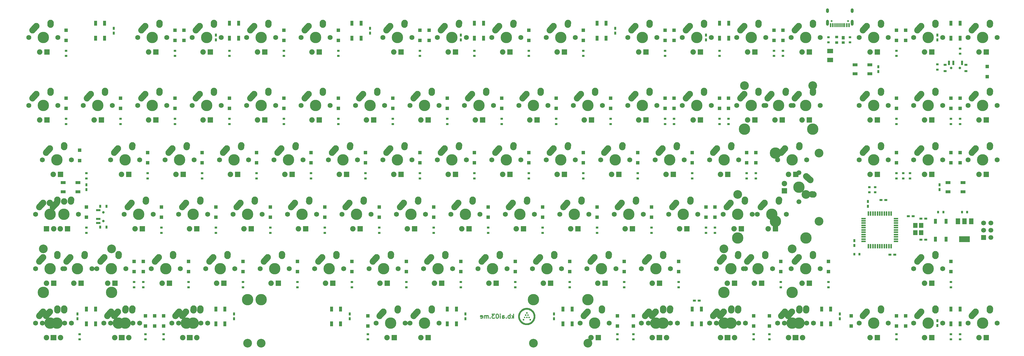
<source format=gbs>
G04 #@! TF.GenerationSoftware,KiCad,Pcbnew,(5.1.12)-1*
G04 #@! TF.CreationDate,2022-01-21T17:00:48-05:00*
G04 #@! TF.ProjectId,KBD8X-MK2,4b424438-582d-44d4-9b32-2e6b69636164,rev?*
G04 #@! TF.SameCoordinates,Original*
G04 #@! TF.FileFunction,Soldermask,Bot*
G04 #@! TF.FilePolarity,Negative*
%FSLAX46Y46*%
G04 Gerber Fmt 4.6, Leading zero omitted, Abs format (unit mm)*
G04 Created by KiCad (PCBNEW (5.1.12)-1) date 2022-01-21 17:00:48*
%MOMM*%
%LPD*%
G01*
G04 APERTURE LIST*
%ADD10C,0.300000*%
%ADD11C,0.010000*%
%ADD12C,2.250000*%
%ADD13C,1.750000*%
%ADD14R,1.905000X1.905000*%
%ADD15C,1.905000*%
%ADD16C,3.987800*%
%ADD17R,0.900000X0.800000*%
%ADD18R,1.500000X0.550000*%
%ADD19R,0.550000X1.500000*%
%ADD20C,3.048000*%
%ADD21C,1.701800*%
%ADD22R,1.000000X1.200000*%
%ADD23R,1.000000X0.900000*%
%ADD24O,1.000000X1.600000*%
%ADD25O,1.000000X2.100000*%
%ADD26C,0.650000*%
%ADD27R,0.300000X1.450000*%
%ADD28R,0.600000X1.450000*%
%ADD29R,1.500000X2.000000*%
%ADD30R,3.800000X2.000000*%
%ADD31C,1.700000*%
%ADD32R,1.700000X1.700000*%
%ADD33R,1.100000X1.800000*%
%ADD34C,0.900000*%
%ADD35R,0.700000X1.500000*%
%ADD36R,1.000000X0.800000*%
%ADD37R,0.800000X1.000000*%
%ADD38R,1.500000X0.700000*%
%ADD39R,1.000000X0.750000*%
%ADD40R,0.750000X1.000000*%
%ADD41R,1.200000X1.200000*%
%ADD42R,2.030000X1.650000*%
%ADD43R,0.800000X0.900000*%
%ADD44R,1.500000X1.700000*%
%ADD45R,1.000000X1.800000*%
%ADD46R,1.800000X1.000000*%
G04 APERTURE END LIST*
D10*
X212125000Y-137997321D02*
X212125000Y-136497321D01*
X211982142Y-137425892D02*
X211553571Y-137997321D01*
X211553571Y-136997321D02*
X212125000Y-137568750D01*
X210910714Y-137997321D02*
X210910714Y-136497321D01*
X210910714Y-137068750D02*
X210767857Y-136997321D01*
X210482142Y-136997321D01*
X210339285Y-137068750D01*
X210267857Y-137140178D01*
X210196428Y-137283035D01*
X210196428Y-137711607D01*
X210267857Y-137854464D01*
X210339285Y-137925892D01*
X210482142Y-137997321D01*
X210767857Y-137997321D01*
X210910714Y-137925892D01*
X209553571Y-137854464D02*
X209482142Y-137925892D01*
X209553571Y-137997321D01*
X209625000Y-137925892D01*
X209553571Y-137854464D01*
X209553571Y-137997321D01*
X208196428Y-137997321D02*
X208196428Y-137211607D01*
X208267857Y-137068750D01*
X208410714Y-136997321D01*
X208696428Y-136997321D01*
X208839285Y-137068750D01*
X208196428Y-137925892D02*
X208339285Y-137997321D01*
X208696428Y-137997321D01*
X208839285Y-137925892D01*
X208910714Y-137783035D01*
X208910714Y-137640178D01*
X208839285Y-137497321D01*
X208696428Y-137425892D01*
X208339285Y-137425892D01*
X208196428Y-137354464D01*
X207482142Y-137997321D02*
X207482142Y-136997321D01*
X207482142Y-136497321D02*
X207553571Y-136568750D01*
X207482142Y-136640178D01*
X207410714Y-136568750D01*
X207482142Y-136497321D01*
X207482142Y-136640178D01*
X206482142Y-136497321D02*
X206339285Y-136497321D01*
X206196428Y-136568750D01*
X206125000Y-136640178D01*
X206053571Y-136783035D01*
X205982142Y-137068750D01*
X205982142Y-137425892D01*
X206053571Y-137711607D01*
X206125000Y-137854464D01*
X206196428Y-137925892D01*
X206339285Y-137997321D01*
X206482142Y-137997321D01*
X206625000Y-137925892D01*
X206696428Y-137854464D01*
X206767857Y-137711607D01*
X206839285Y-137425892D01*
X206839285Y-137068750D01*
X206767857Y-136783035D01*
X206696428Y-136640178D01*
X206625000Y-136568750D01*
X206482142Y-136497321D01*
X205482142Y-136497321D02*
X204553571Y-136497321D01*
X205053571Y-137068750D01*
X204839285Y-137068750D01*
X204696428Y-137140178D01*
X204625000Y-137211607D01*
X204553571Y-137354464D01*
X204553571Y-137711607D01*
X204625000Y-137854464D01*
X204696428Y-137925892D01*
X204839285Y-137997321D01*
X205267857Y-137997321D01*
X205410714Y-137925892D01*
X205482142Y-137854464D01*
X203910714Y-137854464D02*
X203839285Y-137925892D01*
X203910714Y-137997321D01*
X203982142Y-137925892D01*
X203910714Y-137854464D01*
X203910714Y-137997321D01*
X203196428Y-137997321D02*
X203196428Y-136997321D01*
X203196428Y-137140178D02*
X203125000Y-137068750D01*
X202982142Y-136997321D01*
X202767857Y-136997321D01*
X202625000Y-137068750D01*
X202553571Y-137211607D01*
X202553571Y-137997321D01*
X202553571Y-137211607D02*
X202482142Y-137068750D01*
X202339285Y-136997321D01*
X202125000Y-136997321D01*
X201982142Y-137068750D01*
X201910714Y-137211607D01*
X201910714Y-137997321D01*
X200625000Y-137925892D02*
X200767857Y-137997321D01*
X201053571Y-137997321D01*
X201196428Y-137925892D01*
X201267857Y-137783035D01*
X201267857Y-137211607D01*
X201196428Y-137068750D01*
X201053571Y-136997321D01*
X200767857Y-136997321D01*
X200625000Y-137068750D01*
X200553571Y-137211607D01*
X200553571Y-137354464D01*
X201267857Y-137497321D01*
D11*
G36*
X216503250Y-136239250D02*
G01*
X216908062Y-136239250D01*
X216908062Y-135834438D01*
X216503250Y-135834438D01*
X216503250Y-136239250D01*
G37*
X216503250Y-136239250D02*
X216908062Y-136239250D01*
X216908062Y-135834438D01*
X216503250Y-135834438D01*
X216503250Y-136239250D01*
G36*
X216098437Y-137025063D02*
G01*
X216503250Y-137025063D01*
X216503250Y-136644063D01*
X216098437Y-136644063D01*
X216098437Y-137025063D01*
G37*
X216098437Y-137025063D02*
X216503250Y-137025063D01*
X216503250Y-136644063D01*
X216098437Y-136644063D01*
X216098437Y-137025063D01*
G36*
X216908062Y-137025063D02*
G01*
X217289062Y-137025063D01*
X217289062Y-136644063D01*
X216908062Y-136644063D01*
X216908062Y-137025063D01*
G37*
X216908062Y-137025063D02*
X217289062Y-137025063D01*
X217289062Y-136644063D01*
X216908062Y-136644063D01*
X216908062Y-137025063D01*
G36*
X215717437Y-137834688D02*
G01*
X216098437Y-137834688D01*
X216098437Y-137429875D01*
X215717437Y-137429875D01*
X215717437Y-137834688D01*
G37*
X215717437Y-137834688D02*
X216098437Y-137834688D01*
X216098437Y-137429875D01*
X215717437Y-137429875D01*
X215717437Y-137834688D01*
G36*
X216503250Y-137834688D02*
G01*
X216908062Y-137834688D01*
X216908062Y-137429875D01*
X216503250Y-137429875D01*
X216503250Y-137834688D01*
G37*
X216503250Y-137834688D02*
X216908062Y-137834688D01*
X216908062Y-137429875D01*
X216503250Y-137429875D01*
X216503250Y-137834688D01*
G36*
X217289062Y-137834688D02*
G01*
X217693875Y-137834688D01*
X217693875Y-137429875D01*
X217289062Y-137429875D01*
X217289062Y-137834688D01*
G37*
X217289062Y-137834688D02*
X217693875Y-137834688D01*
X217693875Y-137429875D01*
X217289062Y-137429875D01*
X217289062Y-137834688D01*
G36*
X215312625Y-138620500D02*
G01*
X215717437Y-138620500D01*
X215717437Y-138215688D01*
X215312625Y-138215688D01*
X215312625Y-138620500D01*
G37*
X215312625Y-138620500D02*
X215717437Y-138620500D01*
X215717437Y-138215688D01*
X215312625Y-138215688D01*
X215312625Y-138620500D01*
G36*
X217693875Y-138620500D02*
G01*
X218098687Y-138620500D01*
X218098687Y-138215688D01*
X217693875Y-138215688D01*
X217693875Y-138620500D01*
G37*
X217693875Y-138620500D02*
X218098687Y-138620500D01*
X218098687Y-138215688D01*
X217693875Y-138215688D01*
X217693875Y-138620500D01*
G36*
X216689781Y-134346795D02*
G01*
X216565663Y-134348165D01*
X216453951Y-134352322D01*
X216351358Y-134359669D01*
X216254594Y-134370610D01*
X216160372Y-134385548D01*
X216065403Y-134404887D01*
X215966399Y-134429031D01*
X215921120Y-134441168D01*
X215712573Y-134506406D01*
X215510485Y-134585742D01*
X215315622Y-134678778D01*
X215128751Y-134785118D01*
X214950636Y-134904366D01*
X214798490Y-135022367D01*
X214640822Y-135163092D01*
X214493485Y-135314537D01*
X214357164Y-135475635D01*
X214232542Y-135645317D01*
X214120303Y-135822516D01*
X214021130Y-136006166D01*
X213935708Y-136195197D01*
X213864720Y-136388543D01*
X213815966Y-136556553D01*
X213782895Y-136696539D01*
X213757535Y-136828475D01*
X213739143Y-136957747D01*
X213726975Y-137089743D01*
X213720289Y-137229850D01*
X213719636Y-137255250D01*
X213722355Y-137473547D01*
X213740550Y-137688330D01*
X213774215Y-137899571D01*
X213823344Y-138107239D01*
X213887931Y-138311305D01*
X213952128Y-138475237D01*
X213980211Y-138540502D01*
X214004273Y-138594660D01*
X214026142Y-138641363D01*
X214047643Y-138684263D01*
X214070604Y-138727013D01*
X214096850Y-138773265D01*
X214125975Y-138822906D01*
X214245194Y-139009177D01*
X214375298Y-139183903D01*
X214516421Y-139347215D01*
X214668695Y-139499246D01*
X214832253Y-139640130D01*
X215007226Y-139769998D01*
X215189594Y-139886525D01*
X215242423Y-139917494D01*
X215288336Y-139943471D01*
X215330985Y-139966281D01*
X215374022Y-139987751D01*
X215421099Y-140009707D01*
X215475869Y-140033975D01*
X215537263Y-140060372D01*
X215633496Y-140099919D01*
X215722214Y-140132958D01*
X215809328Y-140161445D01*
X215900752Y-140187339D01*
X215983344Y-140208072D01*
X216147860Y-140243626D01*
X216304955Y-140269303D01*
X216459183Y-140285643D01*
X216615101Y-140293186D01*
X216705656Y-140293763D01*
X216756875Y-140293248D01*
X216804996Y-140292543D01*
X216846876Y-140291710D01*
X216879372Y-140290813D01*
X216899340Y-140289915D01*
X216900125Y-140289859D01*
X217116299Y-140265907D01*
X217329056Y-140226920D01*
X217537537Y-140173217D01*
X217740882Y-140105113D01*
X217938234Y-140022926D01*
X218128732Y-139926975D01*
X218311518Y-139817576D01*
X218462474Y-139712546D01*
X218635401Y-139574199D01*
X218796085Y-139425838D01*
X218944299Y-139267789D01*
X219079821Y-139100382D01*
X219202426Y-138923944D01*
X219311889Y-138738802D01*
X219407987Y-138545285D01*
X219490494Y-138343721D01*
X219559187Y-138134438D01*
X219571332Y-138091380D01*
X219597698Y-137989585D01*
X219619083Y-137893261D01*
X219635891Y-137799117D01*
X219648525Y-137703867D01*
X219657390Y-137604220D01*
X219662888Y-137496890D01*
X219665424Y-137378586D01*
X219665705Y-137322719D01*
X219665030Y-137267358D01*
X219132956Y-137267358D01*
X219132853Y-137347496D01*
X219131187Y-137427160D01*
X219127991Y-137502287D01*
X219123294Y-137568810D01*
X219119574Y-137604500D01*
X219087700Y-137801798D01*
X219041049Y-137993413D01*
X218979799Y-138178972D01*
X218904131Y-138358099D01*
X218814223Y-138530419D01*
X218710256Y-138695559D01*
X218592409Y-138853143D01*
X218460862Y-139002797D01*
X218438526Y-139026010D01*
X218304292Y-139153084D01*
X218158590Y-139271020D01*
X218004119Y-139377840D01*
X217843581Y-139471566D01*
X217797792Y-139495254D01*
X217723384Y-139531903D01*
X217658143Y-139562122D01*
X217597646Y-139587690D01*
X217537472Y-139610384D01*
X217473199Y-139631983D01*
X217408125Y-139651977D01*
X217218912Y-139701390D01*
X217033161Y-139735841D01*
X216849423Y-139755464D01*
X216666247Y-139760392D01*
X216482186Y-139750761D01*
X216415644Y-139743781D01*
X216228312Y-139714837D01*
X216048731Y-139673028D01*
X215874393Y-139617604D01*
X215702791Y-139547814D01*
X215605834Y-139501616D01*
X215435202Y-139408197D01*
X215275786Y-139304462D01*
X215126828Y-139189724D01*
X214987571Y-139063300D01*
X214857256Y-138924504D01*
X214735126Y-138772653D01*
X214626858Y-138617009D01*
X214601732Y-138575818D01*
X214572409Y-138523690D01*
X214540709Y-138464246D01*
X214508451Y-138401106D01*
X214477457Y-138337890D01*
X214449544Y-138278217D01*
X214426535Y-138225707D01*
X214413097Y-138191875D01*
X214350230Y-138000334D01*
X214302834Y-137807595D01*
X214270950Y-137614200D01*
X214254620Y-137420690D01*
X214253882Y-137227607D01*
X214268778Y-137035492D01*
X214299348Y-136844886D01*
X214309151Y-136798844D01*
X214342800Y-136662551D01*
X214381108Y-136536368D01*
X214426046Y-136414757D01*
X214479587Y-136292182D01*
X214517246Y-136214708D01*
X214610951Y-136045860D01*
X214717776Y-135885423D01*
X214836952Y-135734118D01*
X214967713Y-135592664D01*
X215109290Y-135461781D01*
X215260916Y-135342190D01*
X215421823Y-135234610D01*
X215591243Y-135139761D01*
X215735425Y-135072230D01*
X215907053Y-135005835D01*
X216079607Y-134953837D01*
X216255094Y-134915828D01*
X216435524Y-134891401D01*
X216622905Y-134880147D01*
X216685812Y-134879257D01*
X216883907Y-134885627D01*
X217075535Y-134906272D01*
X217261469Y-134941423D01*
X217442485Y-134991317D01*
X217619356Y-135056185D01*
X217792856Y-135136263D01*
X217963759Y-135231785D01*
X218064456Y-135295994D01*
X218203889Y-135397522D01*
X218338087Y-135512028D01*
X218465409Y-135637589D01*
X218584215Y-135772281D01*
X218692864Y-135914181D01*
X218789715Y-136061365D01*
X218873128Y-136211911D01*
X218907924Y-136284830D01*
X218969327Y-136429689D01*
X219019558Y-136568928D01*
X219059815Y-136706876D01*
X219091294Y-136847864D01*
X219115194Y-136996221D01*
X219123595Y-137064750D01*
X219128358Y-137121920D01*
X219131468Y-137190811D01*
X219132956Y-137267358D01*
X219665030Y-137267358D01*
X219663960Y-137179723D01*
X219658086Y-137048856D01*
X219647512Y-136926775D01*
X219631665Y-136810135D01*
X219609973Y-136695594D01*
X219581863Y-136579809D01*
X219546764Y-136459437D01*
X219504103Y-136331134D01*
X219488409Y-136286875D01*
X219410024Y-136092156D01*
X219317184Y-135903822D01*
X219210078Y-135722135D01*
X219088898Y-135547358D01*
X218953833Y-135379753D01*
X218805076Y-135219583D01*
X218642817Y-135067110D01*
X218535979Y-134976929D01*
X218450150Y-134911436D01*
X218352611Y-134844110D01*
X218247002Y-134777162D01*
X218136964Y-134712805D01*
X218026137Y-134653250D01*
X217918161Y-134600708D01*
X217912156Y-134597965D01*
X217842196Y-134568092D01*
X217761015Y-134536706D01*
X217672983Y-134505286D01*
X217582471Y-134475312D01*
X217493849Y-134448261D01*
X217411486Y-134425614D01*
X217379600Y-134417721D01*
X217286375Y-134396953D01*
X217197401Y-134380293D01*
X217109397Y-134367402D01*
X217019081Y-134357945D01*
X216923172Y-134351582D01*
X216818390Y-134347978D01*
X216701455Y-134346794D01*
X216689781Y-134346795D01*
G37*
X216689781Y-134346795D02*
X216565663Y-134348165D01*
X216453951Y-134352322D01*
X216351358Y-134359669D01*
X216254594Y-134370610D01*
X216160372Y-134385548D01*
X216065403Y-134404887D01*
X215966399Y-134429031D01*
X215921120Y-134441168D01*
X215712573Y-134506406D01*
X215510485Y-134585742D01*
X215315622Y-134678778D01*
X215128751Y-134785118D01*
X214950636Y-134904366D01*
X214798490Y-135022367D01*
X214640822Y-135163092D01*
X214493485Y-135314537D01*
X214357164Y-135475635D01*
X214232542Y-135645317D01*
X214120303Y-135822516D01*
X214021130Y-136006166D01*
X213935708Y-136195197D01*
X213864720Y-136388543D01*
X213815966Y-136556553D01*
X213782895Y-136696539D01*
X213757535Y-136828475D01*
X213739143Y-136957747D01*
X213726975Y-137089743D01*
X213720289Y-137229850D01*
X213719636Y-137255250D01*
X213722355Y-137473547D01*
X213740550Y-137688330D01*
X213774215Y-137899571D01*
X213823344Y-138107239D01*
X213887931Y-138311305D01*
X213952128Y-138475237D01*
X213980211Y-138540502D01*
X214004273Y-138594660D01*
X214026142Y-138641363D01*
X214047643Y-138684263D01*
X214070604Y-138727013D01*
X214096850Y-138773265D01*
X214125975Y-138822906D01*
X214245194Y-139009177D01*
X214375298Y-139183903D01*
X214516421Y-139347215D01*
X214668695Y-139499246D01*
X214832253Y-139640130D01*
X215007226Y-139769998D01*
X215189594Y-139886525D01*
X215242423Y-139917494D01*
X215288336Y-139943471D01*
X215330985Y-139966281D01*
X215374022Y-139987751D01*
X215421099Y-140009707D01*
X215475869Y-140033975D01*
X215537263Y-140060372D01*
X215633496Y-140099919D01*
X215722214Y-140132958D01*
X215809328Y-140161445D01*
X215900752Y-140187339D01*
X215983344Y-140208072D01*
X216147860Y-140243626D01*
X216304955Y-140269303D01*
X216459183Y-140285643D01*
X216615101Y-140293186D01*
X216705656Y-140293763D01*
X216756875Y-140293248D01*
X216804996Y-140292543D01*
X216846876Y-140291710D01*
X216879372Y-140290813D01*
X216899340Y-140289915D01*
X216900125Y-140289859D01*
X217116299Y-140265907D01*
X217329056Y-140226920D01*
X217537537Y-140173217D01*
X217740882Y-140105113D01*
X217938234Y-140022926D01*
X218128732Y-139926975D01*
X218311518Y-139817576D01*
X218462474Y-139712546D01*
X218635401Y-139574199D01*
X218796085Y-139425838D01*
X218944299Y-139267789D01*
X219079821Y-139100382D01*
X219202426Y-138923944D01*
X219311889Y-138738802D01*
X219407987Y-138545285D01*
X219490494Y-138343721D01*
X219559187Y-138134438D01*
X219571332Y-138091380D01*
X219597698Y-137989585D01*
X219619083Y-137893261D01*
X219635891Y-137799117D01*
X219648525Y-137703867D01*
X219657390Y-137604220D01*
X219662888Y-137496890D01*
X219665424Y-137378586D01*
X219665705Y-137322719D01*
X219665030Y-137267358D01*
X219132956Y-137267358D01*
X219132853Y-137347496D01*
X219131187Y-137427160D01*
X219127991Y-137502287D01*
X219123294Y-137568810D01*
X219119574Y-137604500D01*
X219087700Y-137801798D01*
X219041049Y-137993413D01*
X218979799Y-138178972D01*
X218904131Y-138358099D01*
X218814223Y-138530419D01*
X218710256Y-138695559D01*
X218592409Y-138853143D01*
X218460862Y-139002797D01*
X218438526Y-139026010D01*
X218304292Y-139153084D01*
X218158590Y-139271020D01*
X218004119Y-139377840D01*
X217843581Y-139471566D01*
X217797792Y-139495254D01*
X217723384Y-139531903D01*
X217658143Y-139562122D01*
X217597646Y-139587690D01*
X217537472Y-139610384D01*
X217473199Y-139631983D01*
X217408125Y-139651977D01*
X217218912Y-139701390D01*
X217033161Y-139735841D01*
X216849423Y-139755464D01*
X216666247Y-139760392D01*
X216482186Y-139750761D01*
X216415644Y-139743781D01*
X216228312Y-139714837D01*
X216048731Y-139673028D01*
X215874393Y-139617604D01*
X215702791Y-139547814D01*
X215605834Y-139501616D01*
X215435202Y-139408197D01*
X215275786Y-139304462D01*
X215126828Y-139189724D01*
X214987571Y-139063300D01*
X214857256Y-138924504D01*
X214735126Y-138772653D01*
X214626858Y-138617009D01*
X214601732Y-138575818D01*
X214572409Y-138523690D01*
X214540709Y-138464246D01*
X214508451Y-138401106D01*
X214477457Y-138337890D01*
X214449544Y-138278217D01*
X214426535Y-138225707D01*
X214413097Y-138191875D01*
X214350230Y-138000334D01*
X214302834Y-137807595D01*
X214270950Y-137614200D01*
X214254620Y-137420690D01*
X214253882Y-137227607D01*
X214268778Y-137035492D01*
X214299348Y-136844886D01*
X214309151Y-136798844D01*
X214342800Y-136662551D01*
X214381108Y-136536368D01*
X214426046Y-136414757D01*
X214479587Y-136292182D01*
X214517246Y-136214708D01*
X214610951Y-136045860D01*
X214717776Y-135885423D01*
X214836952Y-135734118D01*
X214967713Y-135592664D01*
X215109290Y-135461781D01*
X215260916Y-135342190D01*
X215421823Y-135234610D01*
X215591243Y-135139761D01*
X215735425Y-135072230D01*
X215907053Y-135005835D01*
X216079607Y-134953837D01*
X216255094Y-134915828D01*
X216435524Y-134891401D01*
X216622905Y-134880147D01*
X216685812Y-134879257D01*
X216883907Y-134885627D01*
X217075535Y-134906272D01*
X217261469Y-134941423D01*
X217442485Y-134991317D01*
X217619356Y-135056185D01*
X217792856Y-135136263D01*
X217963759Y-135231785D01*
X218064456Y-135295994D01*
X218203889Y-135397522D01*
X218338087Y-135512028D01*
X218465409Y-135637589D01*
X218584215Y-135772281D01*
X218692864Y-135914181D01*
X218789715Y-136061365D01*
X218873128Y-136211911D01*
X218907924Y-136284830D01*
X218969327Y-136429689D01*
X219019558Y-136568928D01*
X219059815Y-136706876D01*
X219091294Y-136847864D01*
X219115194Y-136996221D01*
X219123595Y-137064750D01*
X219128358Y-137121920D01*
X219131468Y-137190811D01*
X219132956Y-137267358D01*
X219665030Y-137267358D01*
X219663960Y-137179723D01*
X219658086Y-137048856D01*
X219647512Y-136926775D01*
X219631665Y-136810135D01*
X219609973Y-136695594D01*
X219581863Y-136579809D01*
X219546764Y-136459437D01*
X219504103Y-136331134D01*
X219488409Y-136286875D01*
X219410024Y-136092156D01*
X219317184Y-135903822D01*
X219210078Y-135722135D01*
X219088898Y-135547358D01*
X218953833Y-135379753D01*
X218805076Y-135219583D01*
X218642817Y-135067110D01*
X218535979Y-134976929D01*
X218450150Y-134911436D01*
X218352611Y-134844110D01*
X218247002Y-134777162D01*
X218136964Y-134712805D01*
X218026137Y-134653250D01*
X217918161Y-134600708D01*
X217912156Y-134597965D01*
X217842196Y-134568092D01*
X217761015Y-134536706D01*
X217672983Y-134505286D01*
X217582471Y-134475312D01*
X217493849Y-134448261D01*
X217411486Y-134425614D01*
X217379600Y-134417721D01*
X217286375Y-134396953D01*
X217197401Y-134380293D01*
X217109397Y-134367402D01*
X217019081Y-134357945D01*
X216923172Y-134351582D01*
X216818390Y-134347978D01*
X216701455Y-134346794D01*
X216689781Y-134346795D01*
D12*
X49887500Y-97600000D03*
X54887500Y-97100000D03*
D13*
X55086250Y-101600000D03*
X44926250Y-101600000D03*
D14*
X48736250Y-106680000D03*
D15*
X51276250Y-106680000D03*
D12*
X47506250Y-97600000D03*
D16*
X50006250Y-101600000D03*
G36*
G01*
X45443478Y-99896038D02*
X45443478Y-99896038D01*
G75*
G02*
X45360212Y-98307228I752772J836038D01*
G01*
X46672750Y-96849508D01*
G75*
G02*
X48261560Y-96766242I836038J-752772D01*
G01*
X48261560Y-96766242D01*
G75*
G02*
X48344826Y-98355052I-752772J-836038D01*
G01*
X47032288Y-99812772D01*
G75*
G02*
X45443478Y-99896038I-836038J752772D01*
G01*
G37*
D12*
X52546250Y-96520000D03*
G36*
G01*
X52427774Y-98222260D02*
X52427774Y-98222260D01*
G75*
G02*
X51383990Y-97021524I78476J1122260D01*
G01*
X51424544Y-96441562D01*
G75*
G02*
X52625280Y-95397778I1122260J-78476D01*
G01*
X52625280Y-95397778D01*
G75*
G02*
X53669064Y-96598514I-78476J-1122260D01*
G01*
X53628510Y-97178476D01*
G75*
G02*
X52427774Y-98222260I-1122260J78476D01*
G01*
G37*
D13*
X281305000Y-63500000D03*
X271145000Y-63500000D03*
D14*
X277495000Y-68580000D03*
D15*
X274955000Y-68580000D03*
D12*
X273725000Y-59500000D03*
D16*
X276225000Y-63500000D03*
G36*
G01*
X271663688Y-61797350D02*
X271663683Y-61797345D01*
G75*
G02*
X271577655Y-60208683I751317J837345D01*
G01*
X272887657Y-58748683D01*
G75*
G02*
X274476319Y-58662655I837345J-751317D01*
G01*
X274476319Y-58662655D01*
G75*
G02*
X274562347Y-60251317I-751317J-837345D01*
G01*
X273252345Y-61711317D01*
G75*
G02*
X271663683Y-61797345I-837345J751317D01*
G01*
G37*
D12*
X278765000Y-58420000D03*
G36*
G01*
X278648483Y-60122395D02*
X278647597Y-60122334D01*
G75*
G02*
X277602666Y-58922597I77403J1122334D01*
G01*
X277642666Y-58342597D01*
G75*
G02*
X278842403Y-57297666I1122334J-77403D01*
G01*
X278842403Y-57297666D01*
G75*
G02*
X279887334Y-58497403I-77403J-1122334D01*
G01*
X279847334Y-59077403D01*
G75*
G02*
X278647597Y-60122334I-1122334J77403D01*
G01*
G37*
D13*
X52705000Y-39687500D03*
X42545000Y-39687500D03*
D14*
X48895000Y-44767500D03*
D15*
X46355000Y-44767500D03*
D12*
X45125000Y-35687500D03*
D16*
X47625000Y-39687500D03*
G36*
G01*
X43063688Y-37984850D02*
X43063683Y-37984845D01*
G75*
G02*
X42977655Y-36396183I751317J837345D01*
G01*
X44287657Y-34936183D01*
G75*
G02*
X45876319Y-34850155I837345J-751317D01*
G01*
X45876319Y-34850155D01*
G75*
G02*
X45962347Y-36438817I-751317J-837345D01*
G01*
X44652345Y-37898817D01*
G75*
G02*
X43063683Y-37984845I-837345J751317D01*
G01*
G37*
D12*
X50165000Y-34607500D03*
G36*
G01*
X50048483Y-36309895D02*
X50047597Y-36309834D01*
G75*
G02*
X49002666Y-35110097I77403J1122334D01*
G01*
X49042666Y-34530097D01*
G75*
G02*
X50242403Y-33485166I1122334J-77403D01*
G01*
X50242403Y-33485166D01*
G75*
G02*
X51287334Y-34684903I-77403J-1122334D01*
G01*
X51247334Y-35264903D01*
G75*
G02*
X50047597Y-36309834I-1122334J77403D01*
G01*
G37*
D17*
X336550000Y-92089400D03*
X336550000Y-93889400D03*
D18*
X334517125Y-103045125D03*
X334517125Y-103845125D03*
X334517125Y-104645125D03*
X334517125Y-105445125D03*
X334517125Y-106245125D03*
X334517125Y-107045125D03*
X334517125Y-107845125D03*
X334517125Y-108645125D03*
X334517125Y-109445125D03*
X334517125Y-110245125D03*
X334517125Y-111045125D03*
D19*
X336217125Y-112745125D03*
X337017125Y-112745125D03*
X337817125Y-112745125D03*
X338617125Y-112745125D03*
X339417125Y-112745125D03*
X340217125Y-112745125D03*
X341017125Y-112745125D03*
X341817125Y-112745125D03*
X342617125Y-112745125D03*
X343417125Y-112745125D03*
X344217125Y-112745125D03*
D18*
X345917125Y-111045125D03*
X345917125Y-110245125D03*
X345917125Y-109445125D03*
X345917125Y-108645125D03*
X345917125Y-107845125D03*
X345917125Y-107045125D03*
X345917125Y-106245125D03*
X345917125Y-105445125D03*
X345917125Y-104645125D03*
X345917125Y-103845125D03*
X345917125Y-103045125D03*
D19*
X344217125Y-101345125D03*
X343417125Y-101345125D03*
X342617125Y-101345125D03*
X341817125Y-101345125D03*
X341017125Y-101345125D03*
X340217125Y-101345125D03*
X339417125Y-101345125D03*
X338617125Y-101345125D03*
X337817125Y-101345125D03*
X337017125Y-101345125D03*
X336217125Y-101345125D03*
D16*
X238125000Y-131445000D03*
X123825000Y-131445000D03*
D20*
X238125000Y-146685000D03*
X123825000Y-146685000D03*
D13*
X186055000Y-139700000D03*
X175895000Y-139700000D03*
D14*
X182245000Y-144780000D03*
D15*
X179705000Y-144780000D03*
D12*
X178475000Y-135700000D03*
D16*
X180975000Y-139700000D03*
G36*
G01*
X176413688Y-137997350D02*
X176413683Y-137997345D01*
G75*
G02*
X176327655Y-136408683I751317J837345D01*
G01*
X177637657Y-134948683D01*
G75*
G02*
X179226319Y-134862655I837345J-751317D01*
G01*
X179226319Y-134862655D01*
G75*
G02*
X179312347Y-136451317I-751317J-837345D01*
G01*
X178002345Y-137911317D01*
G75*
G02*
X176413683Y-137997345I-837345J751317D01*
G01*
G37*
D12*
X183515000Y-134620000D03*
G36*
G01*
X183398483Y-136322395D02*
X183397597Y-136322334D01*
G75*
G02*
X182352666Y-135122597I77403J1122334D01*
G01*
X182392666Y-134542597D01*
G75*
G02*
X183592403Y-133497666I1122334J-77403D01*
G01*
X183592403Y-133497666D01*
G75*
G02*
X184637334Y-134697403I-77403J-1122334D01*
G01*
X184597334Y-135277403D01*
G75*
G02*
X183397597Y-136322334I-1122334J77403D01*
G01*
G37*
D16*
X219068650Y-131445000D03*
X119068850Y-131445000D03*
D20*
X219068650Y-146685000D03*
X119068850Y-146685000D03*
D13*
X174148750Y-139700000D03*
X163988750Y-139700000D03*
D14*
X170338750Y-144780000D03*
D15*
X167798750Y-144780000D03*
D12*
X166568750Y-135700000D03*
D16*
X169068750Y-139700000D03*
G36*
G01*
X164507438Y-137997350D02*
X164507433Y-137997345D01*
G75*
G02*
X164421405Y-136408683I751317J837345D01*
G01*
X165731407Y-134948683D01*
G75*
G02*
X167320069Y-134862655I837345J-751317D01*
G01*
X167320069Y-134862655D01*
G75*
G02*
X167406097Y-136451317I-751317J-837345D01*
G01*
X166096095Y-137911317D01*
G75*
G02*
X164507433Y-137997345I-837345J751317D01*
G01*
G37*
D12*
X171608750Y-134620000D03*
G36*
G01*
X171492233Y-136322395D02*
X171491347Y-136322334D01*
G75*
G02*
X170446416Y-135122597I77403J1122334D01*
G01*
X170486416Y-134542597D01*
G75*
G02*
X171686153Y-133497666I1122334J-77403D01*
G01*
X171686153Y-133497666D01*
G75*
G02*
X172731084Y-134697403I-77403J-1122334D01*
G01*
X172691084Y-135277403D01*
G75*
G02*
X171491347Y-136322334I-1122334J77403D01*
G01*
G37*
D13*
X381317500Y-139700000D03*
X371157500Y-139700000D03*
D14*
X377507500Y-144780000D03*
D15*
X374967500Y-144780000D03*
D12*
X373737500Y-135700000D03*
D16*
X376237500Y-139700000D03*
G36*
G01*
X371676188Y-137997350D02*
X371676183Y-137997345D01*
G75*
G02*
X371590155Y-136408683I751317J837345D01*
G01*
X372900157Y-134948683D01*
G75*
G02*
X374488819Y-134862655I837345J-751317D01*
G01*
X374488819Y-134862655D01*
G75*
G02*
X374574847Y-136451317I-751317J-837345D01*
G01*
X373264845Y-137911317D01*
G75*
G02*
X371676183Y-137997345I-837345J751317D01*
G01*
G37*
D12*
X378777500Y-134620000D03*
G36*
G01*
X378660983Y-136322395D02*
X378660097Y-136322334D01*
G75*
G02*
X377615166Y-135122597I77403J1122334D01*
G01*
X377655166Y-134542597D01*
G75*
G02*
X378854903Y-133497666I1122334J-77403D01*
G01*
X378854903Y-133497666D01*
G75*
G02*
X379899834Y-134697403I-77403J-1122334D01*
G01*
X379859834Y-135277403D01*
G75*
G02*
X378660097Y-136322334I-1122334J77403D01*
G01*
G37*
D13*
X293211250Y-139700000D03*
X283051250Y-139700000D03*
D14*
X286861250Y-144780000D03*
D15*
X289401250Y-144780000D03*
D12*
X285631250Y-135700000D03*
D16*
X288131250Y-139700000D03*
G36*
G01*
X283569938Y-137997350D02*
X283569933Y-137997345D01*
G75*
G02*
X283483905Y-136408683I751317J837345D01*
G01*
X284793907Y-134948683D01*
G75*
G02*
X286382569Y-134862655I837345J-751317D01*
G01*
X286382569Y-134862655D01*
G75*
G02*
X286468597Y-136451317I-751317J-837345D01*
G01*
X285158595Y-137911317D01*
G75*
G02*
X283569933Y-137997345I-837345J751317D01*
G01*
G37*
D12*
X290671250Y-134620000D03*
G36*
G01*
X290554733Y-136322395D02*
X290553847Y-136322334D01*
G75*
G02*
X289508916Y-135122597I77403J1122334D01*
G01*
X289548916Y-134542597D01*
G75*
G02*
X290748653Y-133497666I1122334J-77403D01*
G01*
X290748653Y-133497666D01*
G75*
G02*
X291793584Y-134697403I-77403J-1122334D01*
G01*
X291753584Y-135277403D01*
G75*
G02*
X290553847Y-136322334I-1122334J77403D01*
G01*
G37*
D13*
X290830000Y-139700000D03*
X280670000Y-139700000D03*
D14*
X287020000Y-144780000D03*
D15*
X284480000Y-144780000D03*
D12*
X283250000Y-135700000D03*
D16*
X285750000Y-139700000D03*
G36*
G01*
X281188688Y-137997350D02*
X281188683Y-137997345D01*
G75*
G02*
X281102655Y-136408683I751317J837345D01*
G01*
X282412657Y-134948683D01*
G75*
G02*
X284001319Y-134862655I837345J-751317D01*
G01*
X284001319Y-134862655D01*
G75*
G02*
X284087347Y-136451317I-751317J-837345D01*
G01*
X282777345Y-137911317D01*
G75*
G02*
X281188683Y-137997345I-837345J751317D01*
G01*
G37*
D12*
X288290000Y-134620000D03*
G36*
G01*
X288173483Y-136322395D02*
X288172597Y-136322334D01*
G75*
G02*
X287127666Y-135122597I77403J1122334D01*
G01*
X287167666Y-134542597D01*
G75*
G02*
X288367403Y-133497666I1122334J-77403D01*
G01*
X288367403Y-133497666D01*
G75*
G02*
X289412334Y-134697403I-77403J-1122334D01*
G01*
X289372334Y-135277403D01*
G75*
G02*
X288172597Y-136322334I-1122334J77403D01*
G01*
G37*
D13*
X269398750Y-139700000D03*
X259238750Y-139700000D03*
D14*
X263048750Y-144780000D03*
D15*
X265588750Y-144780000D03*
D12*
X261818750Y-135700000D03*
D16*
X264318750Y-139700000D03*
G36*
G01*
X259757438Y-137997350D02*
X259757433Y-137997345D01*
G75*
G02*
X259671405Y-136408683I751317J837345D01*
G01*
X260981407Y-134948683D01*
G75*
G02*
X262570069Y-134862655I837345J-751317D01*
G01*
X262570069Y-134862655D01*
G75*
G02*
X262656097Y-136451317I-751317J-837345D01*
G01*
X261346095Y-137911317D01*
G75*
G02*
X259757433Y-137997345I-837345J751317D01*
G01*
G37*
D12*
X266858750Y-134620000D03*
G36*
G01*
X266742233Y-136322395D02*
X266741347Y-136322334D01*
G75*
G02*
X265696416Y-135122597I77403J1122334D01*
G01*
X265736416Y-134542597D01*
G75*
G02*
X266936153Y-133497666I1122334J-77403D01*
G01*
X266936153Y-133497666D01*
G75*
G02*
X267981084Y-134697403I-77403J-1122334D01*
G01*
X267941084Y-135277403D01*
G75*
G02*
X266741347Y-136322334I-1122334J77403D01*
G01*
G37*
D13*
X314642500Y-139700000D03*
X304482500Y-139700000D03*
D14*
X310832500Y-144780000D03*
D15*
X308292500Y-144780000D03*
D12*
X307062500Y-135700000D03*
D16*
X309562500Y-139700000D03*
G36*
G01*
X305001188Y-137997350D02*
X305001183Y-137997345D01*
G75*
G02*
X304915155Y-136408683I751317J837345D01*
G01*
X306225157Y-134948683D01*
G75*
G02*
X307813819Y-134862655I837345J-751317D01*
G01*
X307813819Y-134862655D01*
G75*
G02*
X307899847Y-136451317I-751317J-837345D01*
G01*
X306589845Y-137911317D01*
G75*
G02*
X305001183Y-137997345I-837345J751317D01*
G01*
G37*
D12*
X312102500Y-134620000D03*
G36*
G01*
X311985983Y-136322395D02*
X311985097Y-136322334D01*
G75*
G02*
X310940166Y-135122597I77403J1122334D01*
G01*
X310980166Y-134542597D01*
G75*
G02*
X312179903Y-133497666I1122334J-77403D01*
G01*
X312179903Y-133497666D01*
G75*
G02*
X313224834Y-134697403I-77403J-1122334D01*
G01*
X313184834Y-135277403D01*
G75*
G02*
X311985097Y-136322334I-1122334J77403D01*
G01*
G37*
D13*
X317023750Y-139700000D03*
X306863750Y-139700000D03*
D14*
X310673750Y-144780000D03*
D15*
X313213750Y-144780000D03*
D12*
X309443750Y-135700000D03*
D16*
X311943750Y-139700000D03*
G36*
G01*
X307382438Y-137997350D02*
X307382433Y-137997345D01*
G75*
G02*
X307296405Y-136408683I751317J837345D01*
G01*
X308606407Y-134948683D01*
G75*
G02*
X310195069Y-134862655I837345J-751317D01*
G01*
X310195069Y-134862655D01*
G75*
G02*
X310281097Y-136451317I-751317J-837345D01*
G01*
X308971095Y-137911317D01*
G75*
G02*
X307382433Y-137997345I-837345J751317D01*
G01*
G37*
D12*
X314483750Y-134620000D03*
G36*
G01*
X314367233Y-136322395D02*
X314366347Y-136322334D01*
G75*
G02*
X313321416Y-135122597I77403J1122334D01*
G01*
X313361416Y-134542597D01*
G75*
G02*
X314561153Y-133497666I1122334J-77403D01*
G01*
X314561153Y-133497666D01*
G75*
G02*
X315606084Y-134697403I-77403J-1122334D01*
G01*
X315566084Y-135277403D01*
G75*
G02*
X314366347Y-136322334I-1122334J77403D01*
G01*
G37*
D13*
X267017500Y-139700000D03*
X256857500Y-139700000D03*
D14*
X263207500Y-144780000D03*
D15*
X260667500Y-144780000D03*
D12*
X259437500Y-135700000D03*
D16*
X261937500Y-139700000D03*
G36*
G01*
X257376188Y-137997350D02*
X257376183Y-137997345D01*
G75*
G02*
X257290155Y-136408683I751317J837345D01*
G01*
X258600157Y-134948683D01*
G75*
G02*
X260188819Y-134862655I837345J-751317D01*
G01*
X260188819Y-134862655D01*
G75*
G02*
X260274847Y-136451317I-751317J-837345D01*
G01*
X258964845Y-137911317D01*
G75*
G02*
X257376183Y-137997345I-837345J751317D01*
G01*
G37*
D12*
X264477500Y-134620000D03*
G36*
G01*
X264360983Y-136322395D02*
X264360097Y-136322334D01*
G75*
G02*
X263315166Y-135122597I77403J1122334D01*
G01*
X263355166Y-134542597D01*
G75*
G02*
X264554903Y-133497666I1122334J-77403D01*
G01*
X264554903Y-133497666D01*
G75*
G02*
X265599834Y-134697403I-77403J-1122334D01*
G01*
X265559834Y-135277403D01*
G75*
G02*
X264360097Y-136322334I-1122334J77403D01*
G01*
G37*
D13*
X245586250Y-139700000D03*
X235426250Y-139700000D03*
D14*
X241776250Y-144780000D03*
D15*
X239236250Y-144780000D03*
D12*
X238006250Y-135700000D03*
D16*
X240506250Y-139700000D03*
G36*
G01*
X235944938Y-137997350D02*
X235944933Y-137997345D01*
G75*
G02*
X235858905Y-136408683I751317J837345D01*
G01*
X237168907Y-134948683D01*
G75*
G02*
X238757569Y-134862655I837345J-751317D01*
G01*
X238757569Y-134862655D01*
G75*
G02*
X238843597Y-136451317I-751317J-837345D01*
G01*
X237533595Y-137911317D01*
G75*
G02*
X235944933Y-137997345I-837345J751317D01*
G01*
G37*
D12*
X243046250Y-134620000D03*
G36*
G01*
X242929733Y-136322395D02*
X242928847Y-136322334D01*
G75*
G02*
X241883916Y-135122597I77403J1122334D01*
G01*
X241923916Y-134542597D01*
G75*
G02*
X243123653Y-133497666I1122334J-77403D01*
G01*
X243123653Y-133497666D01*
G75*
G02*
X244168584Y-134697403I-77403J-1122334D01*
G01*
X244128584Y-135277403D01*
G75*
G02*
X242928847Y-136322334I-1122334J77403D01*
G01*
G37*
D13*
X81280000Y-139700000D03*
X71120000Y-139700000D03*
D14*
X74930000Y-144780000D03*
D15*
X77470000Y-144780000D03*
D12*
X73700000Y-135700000D03*
D16*
X76200000Y-139700000D03*
G36*
G01*
X71638688Y-137997350D02*
X71638683Y-137997345D01*
G75*
G02*
X71552655Y-136408683I751317J837345D01*
G01*
X72862657Y-134948683D01*
G75*
G02*
X74451319Y-134862655I837345J-751317D01*
G01*
X74451319Y-134862655D01*
G75*
G02*
X74537347Y-136451317I-751317J-837345D01*
G01*
X73227345Y-137911317D01*
G75*
G02*
X71638683Y-137997345I-837345J751317D01*
G01*
G37*
D12*
X78740000Y-134620000D03*
G36*
G01*
X78623483Y-136322395D02*
X78622597Y-136322334D01*
G75*
G02*
X77577666Y-135122597I77403J1122334D01*
G01*
X77617666Y-134542597D01*
G75*
G02*
X78817403Y-133497666I1122334J-77403D01*
G01*
X78817403Y-133497666D01*
G75*
G02*
X79862334Y-134697403I-77403J-1122334D01*
G01*
X79822334Y-135277403D01*
G75*
G02*
X78622597Y-136322334I-1122334J77403D01*
G01*
G37*
D13*
X78898750Y-139700000D03*
X68738750Y-139700000D03*
D14*
X75088750Y-144780000D03*
D15*
X72548750Y-144780000D03*
D12*
X71318750Y-135700000D03*
D16*
X73818750Y-139700000D03*
G36*
G01*
X69257438Y-137997350D02*
X69257433Y-137997345D01*
G75*
G02*
X69171405Y-136408683I751317J837345D01*
G01*
X70481407Y-134948683D01*
G75*
G02*
X72070069Y-134862655I837345J-751317D01*
G01*
X72070069Y-134862655D01*
G75*
G02*
X72156097Y-136451317I-751317J-837345D01*
G01*
X70846095Y-137911317D01*
G75*
G02*
X69257433Y-137997345I-837345J751317D01*
G01*
G37*
D12*
X76358750Y-134620000D03*
G36*
G01*
X76242233Y-136322395D02*
X76241347Y-136322334D01*
G75*
G02*
X75196416Y-135122597I77403J1122334D01*
G01*
X75236416Y-134542597D01*
G75*
G02*
X76436153Y-133497666I1122334J-77403D01*
G01*
X76436153Y-133497666D01*
G75*
G02*
X77481084Y-134697403I-77403J-1122334D01*
G01*
X77441084Y-135277403D01*
G75*
G02*
X76241347Y-136322334I-1122334J77403D01*
G01*
G37*
D13*
X343217500Y-139700000D03*
X333057500Y-139700000D03*
D14*
X339407500Y-144780000D03*
D15*
X336867500Y-144780000D03*
D12*
X335637500Y-135700000D03*
D16*
X338137500Y-139700000D03*
G36*
G01*
X333576188Y-137997350D02*
X333576183Y-137997345D01*
G75*
G02*
X333490155Y-136408683I751317J837345D01*
G01*
X334800157Y-134948683D01*
G75*
G02*
X336388819Y-134862655I837345J-751317D01*
G01*
X336388819Y-134862655D01*
G75*
G02*
X336474847Y-136451317I-751317J-837345D01*
G01*
X335164845Y-137911317D01*
G75*
G02*
X333576183Y-137997345I-837345J751317D01*
G01*
G37*
D12*
X340677500Y-134620000D03*
G36*
G01*
X340560983Y-136322395D02*
X340560097Y-136322334D01*
G75*
G02*
X339515166Y-135122597I77403J1122334D01*
G01*
X339555166Y-134542597D01*
G75*
G02*
X340754903Y-133497666I1122334J-77403D01*
G01*
X340754903Y-133497666D01*
G75*
G02*
X341799834Y-134697403I-77403J-1122334D01*
G01*
X341759834Y-135277403D01*
G75*
G02*
X340560097Y-136322334I-1122334J77403D01*
G01*
G37*
D13*
X57467500Y-139700000D03*
X47307500Y-139700000D03*
D14*
X51117500Y-144780000D03*
D15*
X53657500Y-144780000D03*
D12*
X49887500Y-135700000D03*
D16*
X52387500Y-139700000D03*
G36*
G01*
X47826188Y-137997350D02*
X47826183Y-137997345D01*
G75*
G02*
X47740155Y-136408683I751317J837345D01*
G01*
X49050157Y-134948683D01*
G75*
G02*
X50638819Y-134862655I837345J-751317D01*
G01*
X50638819Y-134862655D01*
G75*
G02*
X50724847Y-136451317I-751317J-837345D01*
G01*
X49414845Y-137911317D01*
G75*
G02*
X47826183Y-137997345I-837345J751317D01*
G01*
G37*
D12*
X54927500Y-134620000D03*
G36*
G01*
X54810983Y-136322395D02*
X54810097Y-136322334D01*
G75*
G02*
X53765166Y-135122597I77403J1122334D01*
G01*
X53805166Y-134542597D01*
G75*
G02*
X55004903Y-133497666I1122334J-77403D01*
G01*
X55004903Y-133497666D01*
G75*
G02*
X56049834Y-134697403I-77403J-1122334D01*
G01*
X56009834Y-135277403D01*
G75*
G02*
X54810097Y-136322334I-1122334J77403D01*
G01*
G37*
D13*
X55086250Y-139700000D03*
X44926250Y-139700000D03*
D14*
X51276250Y-144780000D03*
D15*
X48736250Y-144780000D03*
D12*
X47506250Y-135700000D03*
D16*
X50006250Y-139700000D03*
G36*
G01*
X45444938Y-137997350D02*
X45444933Y-137997345D01*
G75*
G02*
X45358905Y-136408683I751317J837345D01*
G01*
X46668907Y-134948683D01*
G75*
G02*
X48257569Y-134862655I837345J-751317D01*
G01*
X48257569Y-134862655D01*
G75*
G02*
X48343597Y-136451317I-751317J-837345D01*
G01*
X47033595Y-137911317D01*
G75*
G02*
X45444933Y-137997345I-837345J751317D01*
G01*
G37*
D12*
X52546250Y-134620000D03*
G36*
G01*
X52429733Y-136322395D02*
X52428847Y-136322334D01*
G75*
G02*
X51383916Y-135122597I77403J1122334D01*
G01*
X51423916Y-134542597D01*
G75*
G02*
X52623653Y-133497666I1122334J-77403D01*
G01*
X52623653Y-133497666D01*
G75*
G02*
X53668584Y-134697403I-77403J-1122334D01*
G01*
X53628584Y-135277403D01*
G75*
G02*
X52428847Y-136322334I-1122334J77403D01*
G01*
G37*
D13*
X105092500Y-139700000D03*
X94932500Y-139700000D03*
D14*
X98742500Y-144780000D03*
D15*
X101282500Y-144780000D03*
D12*
X97512500Y-135700000D03*
D16*
X100012500Y-139700000D03*
G36*
G01*
X95451188Y-137997350D02*
X95451183Y-137997345D01*
G75*
G02*
X95365155Y-136408683I751317J837345D01*
G01*
X96675157Y-134948683D01*
G75*
G02*
X98263819Y-134862655I837345J-751317D01*
G01*
X98263819Y-134862655D01*
G75*
G02*
X98349847Y-136451317I-751317J-837345D01*
G01*
X97039845Y-137911317D01*
G75*
G02*
X95451183Y-137997345I-837345J751317D01*
G01*
G37*
D12*
X102552500Y-134620000D03*
G36*
G01*
X102435983Y-136322395D02*
X102435097Y-136322334D01*
G75*
G02*
X101390166Y-135122597I77403J1122334D01*
G01*
X101430166Y-134542597D01*
G75*
G02*
X102629903Y-133497666I1122334J-77403D01*
G01*
X102629903Y-133497666D01*
G75*
G02*
X103674834Y-134697403I-77403J-1122334D01*
G01*
X103634834Y-135277403D01*
G75*
G02*
X102435097Y-136322334I-1122334J77403D01*
G01*
G37*
D13*
X102711250Y-139700000D03*
X92551250Y-139700000D03*
D14*
X98901250Y-144780000D03*
D15*
X96361250Y-144780000D03*
D12*
X95131250Y-135700000D03*
D16*
X97631250Y-139700000D03*
G36*
G01*
X93069938Y-137997350D02*
X93069933Y-137997345D01*
G75*
G02*
X92983905Y-136408683I751317J837345D01*
G01*
X94293907Y-134948683D01*
G75*
G02*
X95882569Y-134862655I837345J-751317D01*
G01*
X95882569Y-134862655D01*
G75*
G02*
X95968597Y-136451317I-751317J-837345D01*
G01*
X94658595Y-137911317D01*
G75*
G02*
X93069933Y-137997345I-837345J751317D01*
G01*
G37*
D12*
X100171250Y-134620000D03*
G36*
G01*
X100054733Y-136322395D02*
X100053847Y-136322334D01*
G75*
G02*
X99008916Y-135122597I77403J1122334D01*
G01*
X99048916Y-134542597D01*
G75*
G02*
X100248653Y-133497666I1122334J-77403D01*
G01*
X100248653Y-133497666D01*
G75*
G02*
X101293584Y-134697403I-77403J-1122334D01*
G01*
X101253584Y-135277403D01*
G75*
G02*
X100053847Y-136322334I-1122334J77403D01*
G01*
G37*
D13*
X362267500Y-139700000D03*
X352107500Y-139700000D03*
D14*
X358457500Y-144780000D03*
D15*
X355917500Y-144780000D03*
D12*
X354687500Y-135700000D03*
D16*
X357187500Y-139700000D03*
G36*
G01*
X352626188Y-137997350D02*
X352626183Y-137997345D01*
G75*
G02*
X352540155Y-136408683I751317J837345D01*
G01*
X353850157Y-134948683D01*
G75*
G02*
X355438819Y-134862655I837345J-751317D01*
G01*
X355438819Y-134862655D01*
G75*
G02*
X355524847Y-136451317I-751317J-837345D01*
G01*
X354214845Y-137911317D01*
G75*
G02*
X352626183Y-137997345I-837345J751317D01*
G01*
G37*
D12*
X359727500Y-134620000D03*
G36*
G01*
X359610983Y-136322395D02*
X359610097Y-136322334D01*
G75*
G02*
X358565166Y-135122597I77403J1122334D01*
G01*
X358605166Y-134542597D01*
G75*
G02*
X359804903Y-133497666I1122334J-77403D01*
G01*
X359804903Y-133497666D01*
G75*
G02*
X360849834Y-134697403I-77403J-1122334D01*
G01*
X360809834Y-135277403D01*
G75*
G02*
X359610097Y-136322334I-1122334J77403D01*
G01*
G37*
D13*
X95567500Y-120650000D03*
X85407500Y-120650000D03*
D14*
X91757500Y-125730000D03*
D15*
X89217500Y-125730000D03*
D12*
X87987500Y-116650000D03*
D16*
X90487500Y-120650000D03*
G36*
G01*
X85926188Y-118947350D02*
X85926183Y-118947345D01*
G75*
G02*
X85840155Y-117358683I751317J837345D01*
G01*
X87150157Y-115898683D01*
G75*
G02*
X88738819Y-115812655I837345J-751317D01*
G01*
X88738819Y-115812655D01*
G75*
G02*
X88824847Y-117401317I-751317J-837345D01*
G01*
X87514845Y-118861317D01*
G75*
G02*
X85926183Y-118947345I-837345J751317D01*
G01*
G37*
D12*
X93027500Y-115570000D03*
G36*
G01*
X92910983Y-117272395D02*
X92910097Y-117272334D01*
G75*
G02*
X91865166Y-116072597I77403J1122334D01*
G01*
X91905166Y-115492597D01*
G75*
G02*
X93104903Y-114447666I1122334J-77403D01*
G01*
X93104903Y-114447666D01*
G75*
G02*
X94149834Y-115647403I-77403J-1122334D01*
G01*
X94109834Y-116227403D01*
G75*
G02*
X92910097Y-117272334I-1122334J77403D01*
G01*
G37*
D13*
X114617500Y-120650000D03*
X104457500Y-120650000D03*
D14*
X110807500Y-125730000D03*
D15*
X108267500Y-125730000D03*
D12*
X107037500Y-116650000D03*
D16*
X109537500Y-120650000D03*
G36*
G01*
X104976188Y-118947350D02*
X104976183Y-118947345D01*
G75*
G02*
X104890155Y-117358683I751317J837345D01*
G01*
X106200157Y-115898683D01*
G75*
G02*
X107788819Y-115812655I837345J-751317D01*
G01*
X107788819Y-115812655D01*
G75*
G02*
X107874847Y-117401317I-751317J-837345D01*
G01*
X106564845Y-118861317D01*
G75*
G02*
X104976183Y-118947345I-837345J751317D01*
G01*
G37*
D12*
X112077500Y-115570000D03*
G36*
G01*
X111960983Y-117272395D02*
X111960097Y-117272334D01*
G75*
G02*
X110915166Y-116072597I77403J1122334D01*
G01*
X110955166Y-115492597D01*
G75*
G02*
X112154903Y-114447666I1122334J-77403D01*
G01*
X112154903Y-114447666D01*
G75*
G02*
X113199834Y-115647403I-77403J-1122334D01*
G01*
X113159834Y-116227403D01*
G75*
G02*
X111960097Y-117272334I-1122334J77403D01*
G01*
G37*
D13*
X152717500Y-120650000D03*
X142557500Y-120650000D03*
D14*
X148907500Y-125730000D03*
D15*
X146367500Y-125730000D03*
D12*
X145137500Y-116650000D03*
D16*
X147637500Y-120650000D03*
G36*
G01*
X143076188Y-118947350D02*
X143076183Y-118947345D01*
G75*
G02*
X142990155Y-117358683I751317J837345D01*
G01*
X144300157Y-115898683D01*
G75*
G02*
X145888819Y-115812655I837345J-751317D01*
G01*
X145888819Y-115812655D01*
G75*
G02*
X145974847Y-117401317I-751317J-837345D01*
G01*
X144664845Y-118861317D01*
G75*
G02*
X143076183Y-118947345I-837345J751317D01*
G01*
G37*
D12*
X150177500Y-115570000D03*
G36*
G01*
X150060983Y-117272395D02*
X150060097Y-117272334D01*
G75*
G02*
X149015166Y-116072597I77403J1122334D01*
G01*
X149055166Y-115492597D01*
G75*
G02*
X150254903Y-114447666I1122334J-77403D01*
G01*
X150254903Y-114447666D01*
G75*
G02*
X151299834Y-115647403I-77403J-1122334D01*
G01*
X151259834Y-116227403D01*
G75*
G02*
X150060097Y-117272334I-1122334J77403D01*
G01*
G37*
D13*
X362267500Y-120650000D03*
X352107500Y-120650000D03*
D14*
X358457500Y-125730000D03*
D15*
X355917500Y-125730000D03*
D12*
X354687500Y-116650000D03*
D16*
X357187500Y-120650000D03*
G36*
G01*
X352626188Y-118947350D02*
X352626183Y-118947345D01*
G75*
G02*
X352540155Y-117358683I751317J837345D01*
G01*
X353850157Y-115898683D01*
G75*
G02*
X355438819Y-115812655I837345J-751317D01*
G01*
X355438819Y-115812655D01*
G75*
G02*
X355524847Y-117401317I-751317J-837345D01*
G01*
X354214845Y-118861317D01*
G75*
G02*
X352626183Y-118947345I-837345J751317D01*
G01*
G37*
D12*
X359727500Y-115570000D03*
G36*
G01*
X359610983Y-117272395D02*
X359610097Y-117272334D01*
G75*
G02*
X358565166Y-116072597I77403J1122334D01*
G01*
X358605166Y-115492597D01*
G75*
G02*
X359804903Y-114447666I1122334J-77403D01*
G01*
X359804903Y-114447666D01*
G75*
G02*
X360849834Y-115647403I-77403J-1122334D01*
G01*
X360809834Y-116227403D01*
G75*
G02*
X359610097Y-117272334I-1122334J77403D01*
G01*
G37*
D13*
X319405000Y-120650000D03*
X309245000Y-120650000D03*
D14*
X315595000Y-125730000D03*
D15*
X313055000Y-125730000D03*
D12*
X311825000Y-116650000D03*
D16*
X314325000Y-120650000D03*
G36*
G01*
X309763688Y-118947350D02*
X309763683Y-118947345D01*
G75*
G02*
X309677655Y-117358683I751317J837345D01*
G01*
X310987657Y-115898683D01*
G75*
G02*
X312576319Y-115812655I837345J-751317D01*
G01*
X312576319Y-115812655D01*
G75*
G02*
X312662347Y-117401317I-751317J-837345D01*
G01*
X311352345Y-118861317D01*
G75*
G02*
X309763683Y-118947345I-837345J751317D01*
G01*
G37*
D12*
X316865000Y-115570000D03*
G36*
G01*
X316748483Y-117272395D02*
X316747597Y-117272334D01*
G75*
G02*
X315702666Y-116072597I77403J1122334D01*
G01*
X315742666Y-115492597D01*
G75*
G02*
X316942403Y-114447666I1122334J-77403D01*
G01*
X316942403Y-114447666D01*
G75*
G02*
X317987334Y-115647403I-77403J-1122334D01*
G01*
X317947334Y-116227403D01*
G75*
G02*
X316747597Y-117272334I-1122334J77403D01*
G01*
G37*
D13*
X293211250Y-120650000D03*
X283051250Y-120650000D03*
D14*
X289401250Y-125730000D03*
D15*
X286861250Y-125730000D03*
D12*
X285631250Y-116650000D03*
D16*
X288131250Y-120650000D03*
G36*
G01*
X283569938Y-118947350D02*
X283569933Y-118947345D01*
G75*
G02*
X283483905Y-117358683I751317J837345D01*
G01*
X284793907Y-115898683D01*
G75*
G02*
X286382569Y-115812655I837345J-751317D01*
G01*
X286382569Y-115812655D01*
G75*
G02*
X286468597Y-117401317I-751317J-837345D01*
G01*
X285158595Y-118861317D01*
G75*
G02*
X283569933Y-118947345I-837345J751317D01*
G01*
G37*
D12*
X290671250Y-115570000D03*
G36*
G01*
X290554733Y-117272395D02*
X290553847Y-117272334D01*
G75*
G02*
X289508916Y-116072597I77403J1122334D01*
G01*
X289548916Y-115492597D01*
G75*
G02*
X290748653Y-114447666I1122334J-77403D01*
G01*
X290748653Y-114447666D01*
G75*
G02*
X291793584Y-115647403I-77403J-1122334D01*
G01*
X291753584Y-116227403D01*
G75*
G02*
X290553847Y-117272334I-1122334J77403D01*
G01*
G37*
D16*
X309594250Y-128905000D03*
X285718250Y-128905000D03*
D20*
X309594250Y-113665000D03*
X285718250Y-113665000D03*
D13*
X302736250Y-120650000D03*
X292576250Y-120650000D03*
D14*
X298926250Y-125730000D03*
D15*
X296386250Y-125730000D03*
D12*
X295156250Y-116650000D03*
D16*
X297656250Y-120650000D03*
G36*
G01*
X293094938Y-118947350D02*
X293094933Y-118947345D01*
G75*
G02*
X293008905Y-117358683I751317J837345D01*
G01*
X294318907Y-115898683D01*
G75*
G02*
X295907569Y-115812655I837345J-751317D01*
G01*
X295907569Y-115812655D01*
G75*
G02*
X295993597Y-117401317I-751317J-837345D01*
G01*
X294683595Y-118861317D01*
G75*
G02*
X293094933Y-118947345I-837345J751317D01*
G01*
G37*
D12*
X300196250Y-115570000D03*
G36*
G01*
X300079733Y-117272395D02*
X300078847Y-117272334D01*
G75*
G02*
X299033916Y-116072597I77403J1122334D01*
G01*
X299073916Y-115492597D01*
G75*
G02*
X300273653Y-114447666I1122334J-77403D01*
G01*
X300273653Y-114447666D01*
G75*
G02*
X301318584Y-115647403I-77403J-1122334D01*
G01*
X301278584Y-116227403D01*
G75*
G02*
X300078847Y-117272334I-1122334J77403D01*
G01*
G37*
D13*
X190817500Y-120650000D03*
X180657500Y-120650000D03*
D14*
X187007500Y-125730000D03*
D15*
X184467500Y-125730000D03*
D12*
X183237500Y-116650000D03*
D16*
X185737500Y-120650000D03*
G36*
G01*
X181176188Y-118947350D02*
X181176183Y-118947345D01*
G75*
G02*
X181090155Y-117358683I751317J837345D01*
G01*
X182400157Y-115898683D01*
G75*
G02*
X183988819Y-115812655I837345J-751317D01*
G01*
X183988819Y-115812655D01*
G75*
G02*
X184074847Y-117401317I-751317J-837345D01*
G01*
X182764845Y-118861317D01*
G75*
G02*
X181176183Y-118947345I-837345J751317D01*
G01*
G37*
D12*
X188277500Y-115570000D03*
G36*
G01*
X188160983Y-117272395D02*
X188160097Y-117272334D01*
G75*
G02*
X187115166Y-116072597I77403J1122334D01*
G01*
X187155166Y-115492597D01*
G75*
G02*
X188354903Y-114447666I1122334J-77403D01*
G01*
X188354903Y-114447666D01*
G75*
G02*
X189399834Y-115647403I-77403J-1122334D01*
G01*
X189359834Y-116227403D01*
G75*
G02*
X188160097Y-117272334I-1122334J77403D01*
G01*
G37*
D13*
X209867500Y-120650000D03*
X199707500Y-120650000D03*
D14*
X206057500Y-125730000D03*
D15*
X203517500Y-125730000D03*
D12*
X202287500Y-116650000D03*
D16*
X204787500Y-120650000D03*
G36*
G01*
X200226188Y-118947350D02*
X200226183Y-118947345D01*
G75*
G02*
X200140155Y-117358683I751317J837345D01*
G01*
X201450157Y-115898683D01*
G75*
G02*
X203038819Y-115812655I837345J-751317D01*
G01*
X203038819Y-115812655D01*
G75*
G02*
X203124847Y-117401317I-751317J-837345D01*
G01*
X201814845Y-118861317D01*
G75*
G02*
X200226183Y-118947345I-837345J751317D01*
G01*
G37*
D12*
X207327500Y-115570000D03*
G36*
G01*
X207210983Y-117272395D02*
X207210097Y-117272334D01*
G75*
G02*
X206165166Y-116072597I77403J1122334D01*
G01*
X206205166Y-115492597D01*
G75*
G02*
X207404903Y-114447666I1122334J-77403D01*
G01*
X207404903Y-114447666D01*
G75*
G02*
X208449834Y-115647403I-77403J-1122334D01*
G01*
X208409834Y-116227403D01*
G75*
G02*
X207210097Y-117272334I-1122334J77403D01*
G01*
G37*
D13*
X76517500Y-120650000D03*
X66357500Y-120650000D03*
D14*
X72707500Y-125730000D03*
D15*
X70167500Y-125730000D03*
D12*
X68937500Y-116650000D03*
D16*
X71437500Y-120650000D03*
G36*
G01*
X66876188Y-118947350D02*
X66876183Y-118947345D01*
G75*
G02*
X66790155Y-117358683I751317J837345D01*
G01*
X68100157Y-115898683D01*
G75*
G02*
X69688819Y-115812655I837345J-751317D01*
G01*
X69688819Y-115812655D01*
G75*
G02*
X69774847Y-117401317I-751317J-837345D01*
G01*
X68464845Y-118861317D01*
G75*
G02*
X66876183Y-118947345I-837345J751317D01*
G01*
G37*
D12*
X73977500Y-115570000D03*
G36*
G01*
X73860983Y-117272395D02*
X73860097Y-117272334D01*
G75*
G02*
X72815166Y-116072597I77403J1122334D01*
G01*
X72855166Y-115492597D01*
G75*
G02*
X74054903Y-114447666I1122334J-77403D01*
G01*
X74054903Y-114447666D01*
G75*
G02*
X75099834Y-115647403I-77403J-1122334D01*
G01*
X75059834Y-116227403D01*
G75*
G02*
X73860097Y-117272334I-1122334J77403D01*
G01*
G37*
D13*
X55086250Y-120650000D03*
X44926250Y-120650000D03*
D14*
X51276250Y-125730000D03*
D15*
X48736250Y-125730000D03*
D12*
X47506250Y-116650000D03*
D16*
X50006250Y-120650000D03*
G36*
G01*
X45444938Y-118947350D02*
X45444933Y-118947345D01*
G75*
G02*
X45358905Y-117358683I751317J837345D01*
G01*
X46668907Y-115898683D01*
G75*
G02*
X48257569Y-115812655I837345J-751317D01*
G01*
X48257569Y-115812655D01*
G75*
G02*
X48343597Y-117401317I-751317J-837345D01*
G01*
X47033595Y-118861317D01*
G75*
G02*
X45444933Y-118947345I-837345J751317D01*
G01*
G37*
D12*
X52546250Y-115570000D03*
G36*
G01*
X52429733Y-117272395D02*
X52428847Y-117272334D01*
G75*
G02*
X51383916Y-116072597I77403J1122334D01*
G01*
X51423916Y-115492597D01*
G75*
G02*
X52623653Y-114447666I1122334J-77403D01*
G01*
X52623653Y-114447666D01*
G75*
G02*
X53668584Y-115647403I-77403J-1122334D01*
G01*
X53628584Y-116227403D01*
G75*
G02*
X52428847Y-117272334I-1122334J77403D01*
G01*
G37*
D16*
X71469250Y-128905000D03*
X47593250Y-128905000D03*
D20*
X71469250Y-113665000D03*
X47593250Y-113665000D03*
D13*
X64611250Y-120650000D03*
X54451250Y-120650000D03*
D14*
X60801250Y-125730000D03*
D15*
X58261250Y-125730000D03*
D12*
X57031250Y-116650000D03*
D16*
X59531250Y-120650000D03*
G36*
G01*
X54969938Y-118947350D02*
X54969933Y-118947345D01*
G75*
G02*
X54883905Y-117358683I751317J837345D01*
G01*
X56193907Y-115898683D01*
G75*
G02*
X57782569Y-115812655I837345J-751317D01*
G01*
X57782569Y-115812655D01*
G75*
G02*
X57868597Y-117401317I-751317J-837345D01*
G01*
X56558595Y-118861317D01*
G75*
G02*
X54969933Y-118947345I-837345J751317D01*
G01*
G37*
D12*
X62071250Y-115570000D03*
G36*
G01*
X61954733Y-117272395D02*
X61953847Y-117272334D01*
G75*
G02*
X60908916Y-116072597I77403J1122334D01*
G01*
X60948916Y-115492597D01*
G75*
G02*
X62148653Y-114447666I1122334J-77403D01*
G01*
X62148653Y-114447666D01*
G75*
G02*
X63193584Y-115647403I-77403J-1122334D01*
G01*
X63153584Y-116227403D01*
G75*
G02*
X61953847Y-117272334I-1122334J77403D01*
G01*
G37*
D13*
X133667500Y-120650000D03*
X123507500Y-120650000D03*
D14*
X129857500Y-125730000D03*
D15*
X127317500Y-125730000D03*
D12*
X126087500Y-116650000D03*
D16*
X128587500Y-120650000D03*
G36*
G01*
X124026188Y-118947350D02*
X124026183Y-118947345D01*
G75*
G02*
X123940155Y-117358683I751317J837345D01*
G01*
X125250157Y-115898683D01*
G75*
G02*
X126838819Y-115812655I837345J-751317D01*
G01*
X126838819Y-115812655D01*
G75*
G02*
X126924847Y-117401317I-751317J-837345D01*
G01*
X125614845Y-118861317D01*
G75*
G02*
X124026183Y-118947345I-837345J751317D01*
G01*
G37*
D12*
X131127500Y-115570000D03*
G36*
G01*
X131010983Y-117272395D02*
X131010097Y-117272334D01*
G75*
G02*
X129965166Y-116072597I77403J1122334D01*
G01*
X130005166Y-115492597D01*
G75*
G02*
X131204903Y-114447666I1122334J-77403D01*
G01*
X131204903Y-114447666D01*
G75*
G02*
X132249834Y-115647403I-77403J-1122334D01*
G01*
X132209834Y-116227403D01*
G75*
G02*
X131010097Y-117272334I-1122334J77403D01*
G01*
G37*
D13*
X171767500Y-120650000D03*
X161607500Y-120650000D03*
D14*
X167957500Y-125730000D03*
D15*
X165417500Y-125730000D03*
D12*
X164187500Y-116650000D03*
D16*
X166687500Y-120650000D03*
G36*
G01*
X162126188Y-118947350D02*
X162126183Y-118947345D01*
G75*
G02*
X162040155Y-117358683I751317J837345D01*
G01*
X163350157Y-115898683D01*
G75*
G02*
X164938819Y-115812655I837345J-751317D01*
G01*
X164938819Y-115812655D01*
G75*
G02*
X165024847Y-117401317I-751317J-837345D01*
G01*
X163714845Y-118861317D01*
G75*
G02*
X162126183Y-118947345I-837345J751317D01*
G01*
G37*
D12*
X169227500Y-115570000D03*
G36*
G01*
X169110983Y-117272395D02*
X169110097Y-117272334D01*
G75*
G02*
X168065166Y-116072597I77403J1122334D01*
G01*
X168105166Y-115492597D01*
G75*
G02*
X169304903Y-114447666I1122334J-77403D01*
G01*
X169304903Y-114447666D01*
G75*
G02*
X170349834Y-115647403I-77403J-1122334D01*
G01*
X170309834Y-116227403D01*
G75*
G02*
X169110097Y-117272334I-1122334J77403D01*
G01*
G37*
D13*
X267017500Y-120650000D03*
X256857500Y-120650000D03*
D14*
X263207500Y-125730000D03*
D15*
X260667500Y-125730000D03*
D12*
X259437500Y-116650000D03*
D16*
X261937500Y-120650000D03*
G36*
G01*
X257376188Y-118947350D02*
X257376183Y-118947345D01*
G75*
G02*
X257290155Y-117358683I751317J837345D01*
G01*
X258600157Y-115898683D01*
G75*
G02*
X260188819Y-115812655I837345J-751317D01*
G01*
X260188819Y-115812655D01*
G75*
G02*
X260274847Y-117401317I-751317J-837345D01*
G01*
X258964845Y-118861317D01*
G75*
G02*
X257376183Y-118947345I-837345J751317D01*
G01*
G37*
D12*
X264477500Y-115570000D03*
G36*
G01*
X264360983Y-117272395D02*
X264360097Y-117272334D01*
G75*
G02*
X263315166Y-116072597I77403J1122334D01*
G01*
X263355166Y-115492597D01*
G75*
G02*
X264554903Y-114447666I1122334J-77403D01*
G01*
X264554903Y-114447666D01*
G75*
G02*
X265599834Y-115647403I-77403J-1122334D01*
G01*
X265559834Y-116227403D01*
G75*
G02*
X264360097Y-117272334I-1122334J77403D01*
G01*
G37*
D13*
X228917500Y-120650000D03*
X218757500Y-120650000D03*
D14*
X225107500Y-125730000D03*
D15*
X222567500Y-125730000D03*
D12*
X221337500Y-116650000D03*
D16*
X223837500Y-120650000D03*
G36*
G01*
X219276188Y-118947350D02*
X219276183Y-118947345D01*
G75*
G02*
X219190155Y-117358683I751317J837345D01*
G01*
X220500157Y-115898683D01*
G75*
G02*
X222088819Y-115812655I837345J-751317D01*
G01*
X222088819Y-115812655D01*
G75*
G02*
X222174847Y-117401317I-751317J-837345D01*
G01*
X220864845Y-118861317D01*
G75*
G02*
X219276183Y-118947345I-837345J751317D01*
G01*
G37*
D12*
X226377500Y-115570000D03*
G36*
G01*
X226260983Y-117272395D02*
X226260097Y-117272334D01*
G75*
G02*
X225215166Y-116072597I77403J1122334D01*
G01*
X225255166Y-115492597D01*
G75*
G02*
X226454903Y-114447666I1122334J-77403D01*
G01*
X226454903Y-114447666D01*
G75*
G02*
X227499834Y-115647403I-77403J-1122334D01*
G01*
X227459834Y-116227403D01*
G75*
G02*
X226260097Y-117272334I-1122334J77403D01*
G01*
G37*
D13*
X247967500Y-120650000D03*
X237807500Y-120650000D03*
D14*
X244157500Y-125730000D03*
D15*
X241617500Y-125730000D03*
D12*
X240387500Y-116650000D03*
D16*
X242887500Y-120650000D03*
G36*
G01*
X238326188Y-118947350D02*
X238326183Y-118947345D01*
G75*
G02*
X238240155Y-117358683I751317J837345D01*
G01*
X239550157Y-115898683D01*
G75*
G02*
X241138819Y-115812655I837345J-751317D01*
G01*
X241138819Y-115812655D01*
G75*
G02*
X241224847Y-117401317I-751317J-837345D01*
G01*
X239914845Y-118861317D01*
G75*
G02*
X238326183Y-118947345I-837345J751317D01*
G01*
G37*
D12*
X245427500Y-115570000D03*
G36*
G01*
X245310983Y-117272395D02*
X245310097Y-117272334D01*
G75*
G02*
X244265166Y-116072597I77403J1122334D01*
G01*
X244305166Y-115492597D01*
G75*
G02*
X245504903Y-114447666I1122334J-77403D01*
G01*
X245504903Y-114447666D01*
G75*
G02*
X246549834Y-115647403I-77403J-1122334D01*
G01*
X246509834Y-116227403D01*
G75*
G02*
X245310097Y-117272334I-1122334J77403D01*
G01*
G37*
D16*
X303688750Y-80137000D03*
X303688750Y-104013000D03*
D20*
X318928750Y-80137000D03*
X318928750Y-104013000D03*
D21*
X311943750Y-97155000D03*
X311943750Y-86995000D03*
D15*
X306863750Y-90805000D03*
D14*
X306863750Y-93345000D03*
D12*
X315943750Y-89575000D03*
D16*
X311943750Y-92075000D03*
G36*
G01*
X313646400Y-87513688D02*
X313646400Y-87513688D01*
G75*
G02*
X315235062Y-87427650I837350J-751312D01*
G01*
X316695070Y-88737640D01*
G75*
G02*
X316781108Y-90326302I-751312J-837350D01*
G01*
X316781108Y-90326302D01*
G75*
G02*
X315192446Y-90412340I-837350J751312D01*
G01*
X313732438Y-89102350D01*
G75*
G02*
X313646400Y-87513688I751312J837350D01*
G01*
G37*
D12*
X317023750Y-94615000D03*
G36*
G01*
X315321355Y-94498483D02*
X315321355Y-94498483D01*
G75*
G02*
X316520267Y-93452605I1122395J-76517D01*
G01*
X317100299Y-93492147D01*
G75*
G02*
X318146177Y-94691059I-76517J-1122395D01*
G01*
X318146177Y-94691059D01*
G75*
G02*
X316947265Y-95736937I-1122395J76517D01*
G01*
X316367233Y-95697395D01*
G75*
G02*
X315321355Y-94498483I76517J1122395D01*
G01*
G37*
D16*
X314356750Y-109855000D03*
X290480750Y-109855000D03*
D20*
X314356750Y-94615000D03*
X290480750Y-94615000D03*
D13*
X307498750Y-101600000D03*
X297338750Y-101600000D03*
D14*
X303688750Y-106680000D03*
D15*
X301148750Y-106680000D03*
D12*
X299918750Y-97600000D03*
D16*
X302418750Y-101600000D03*
G36*
G01*
X297857438Y-99897350D02*
X297857433Y-99897345D01*
G75*
G02*
X297771405Y-98308683I751317J837345D01*
G01*
X299081407Y-96848683D01*
G75*
G02*
X300670069Y-96762655I837345J-751317D01*
G01*
X300670069Y-96762655D01*
G75*
G02*
X300756097Y-98351317I-751317J-837345D01*
G01*
X299446095Y-99811317D01*
G75*
G02*
X297857433Y-99897345I-837345J751317D01*
G01*
G37*
D12*
X304958750Y-96520000D03*
G36*
G01*
X304842233Y-98222395D02*
X304841347Y-98222334D01*
G75*
G02*
X303796416Y-97022597I77403J1122334D01*
G01*
X303836416Y-96442597D01*
G75*
G02*
X305036153Y-95397666I1122334J-77403D01*
G01*
X305036153Y-95397666D01*
G75*
G02*
X306081084Y-96597403I-77403J-1122334D01*
G01*
X306041084Y-97177403D01*
G75*
G02*
X304841347Y-98222334I-1122334J77403D01*
G01*
G37*
D13*
X319405000Y-63500000D03*
X309245000Y-63500000D03*
D14*
X315595000Y-68580000D03*
D15*
X313055000Y-68580000D03*
D12*
X311825000Y-59500000D03*
D16*
X314325000Y-63500000D03*
G36*
G01*
X309763688Y-61797350D02*
X309763683Y-61797345D01*
G75*
G02*
X309677655Y-60208683I751317J837345D01*
G01*
X310987657Y-58748683D01*
G75*
G02*
X312576319Y-58662655I837345J-751317D01*
G01*
X312576319Y-58662655D01*
G75*
G02*
X312662347Y-60251317I-751317J-837345D01*
G01*
X311352345Y-61711317D01*
G75*
G02*
X309763683Y-61797345I-837345J751317D01*
G01*
G37*
D12*
X316865000Y-58420000D03*
G36*
G01*
X316748483Y-60122395D02*
X316747597Y-60122334D01*
G75*
G02*
X315702666Y-58922597I77403J1122334D01*
G01*
X315742666Y-58342597D01*
G75*
G02*
X316942403Y-57297666I1122334J-77403D01*
G01*
X316942403Y-57297666D01*
G75*
G02*
X317987334Y-58497403I-77403J-1122334D01*
G01*
X317947334Y-59077403D01*
G75*
G02*
X316747597Y-60122334I-1122334J77403D01*
G01*
G37*
D13*
X105092500Y-101600000D03*
X94932500Y-101600000D03*
D14*
X101282500Y-106680000D03*
D15*
X98742500Y-106680000D03*
D12*
X97512500Y-97600000D03*
D16*
X100012500Y-101600000D03*
G36*
G01*
X95451188Y-99897350D02*
X95451183Y-99897345D01*
G75*
G02*
X95365155Y-98308683I751317J837345D01*
G01*
X96675157Y-96848683D01*
G75*
G02*
X98263819Y-96762655I837345J-751317D01*
G01*
X98263819Y-96762655D01*
G75*
G02*
X98349847Y-98351317I-751317J-837345D01*
G01*
X97039845Y-99811317D01*
G75*
G02*
X95451183Y-99897345I-837345J751317D01*
G01*
G37*
D12*
X102552500Y-96520000D03*
G36*
G01*
X102435983Y-98222395D02*
X102435097Y-98222334D01*
G75*
G02*
X101390166Y-97022597I77403J1122334D01*
G01*
X101430166Y-96442597D01*
G75*
G02*
X102629903Y-95397666I1122334J-77403D01*
G01*
X102629903Y-95397666D01*
G75*
G02*
X103674834Y-96597403I-77403J-1122334D01*
G01*
X103634834Y-97177403D01*
G75*
G02*
X102435097Y-98222334I-1122334J77403D01*
G01*
G37*
D13*
X238442500Y-101600000D03*
X228282500Y-101600000D03*
D14*
X234632500Y-106680000D03*
D15*
X232092500Y-106680000D03*
D12*
X230862500Y-97600000D03*
D16*
X233362500Y-101600000D03*
G36*
G01*
X228801188Y-99897350D02*
X228801183Y-99897345D01*
G75*
G02*
X228715155Y-98308683I751317J837345D01*
G01*
X230025157Y-96848683D01*
G75*
G02*
X231613819Y-96762655I837345J-751317D01*
G01*
X231613819Y-96762655D01*
G75*
G02*
X231699847Y-98351317I-751317J-837345D01*
G01*
X230389845Y-99811317D01*
G75*
G02*
X228801183Y-99897345I-837345J751317D01*
G01*
G37*
D12*
X235902500Y-96520000D03*
G36*
G01*
X235785983Y-98222395D02*
X235785097Y-98222334D01*
G75*
G02*
X234740166Y-97022597I77403J1122334D01*
G01*
X234780166Y-96442597D01*
G75*
G02*
X235979903Y-95397666I1122334J-77403D01*
G01*
X235979903Y-95397666D01*
G75*
G02*
X237024834Y-96597403I-77403J-1122334D01*
G01*
X236984834Y-97177403D01*
G75*
G02*
X235785097Y-98222334I-1122334J77403D01*
G01*
G37*
D13*
X219392500Y-101600000D03*
X209232500Y-101600000D03*
D14*
X215582500Y-106680000D03*
D15*
X213042500Y-106680000D03*
D12*
X211812500Y-97600000D03*
D16*
X214312500Y-101600000D03*
G36*
G01*
X209751188Y-99897350D02*
X209751183Y-99897345D01*
G75*
G02*
X209665155Y-98308683I751317J837345D01*
G01*
X210975157Y-96848683D01*
G75*
G02*
X212563819Y-96762655I837345J-751317D01*
G01*
X212563819Y-96762655D01*
G75*
G02*
X212649847Y-98351317I-751317J-837345D01*
G01*
X211339845Y-99811317D01*
G75*
G02*
X209751183Y-99897345I-837345J751317D01*
G01*
G37*
D12*
X216852500Y-96520000D03*
G36*
G01*
X216735983Y-98222395D02*
X216735097Y-98222334D01*
G75*
G02*
X215690166Y-97022597I77403J1122334D01*
G01*
X215730166Y-96442597D01*
G75*
G02*
X216929903Y-95397666I1122334J-77403D01*
G01*
X216929903Y-95397666D01*
G75*
G02*
X217974834Y-96597403I-77403J-1122334D01*
G01*
X217934834Y-97177403D01*
G75*
G02*
X216735097Y-98222334I-1122334J77403D01*
G01*
G37*
D13*
X200342500Y-101600000D03*
X190182500Y-101600000D03*
D14*
X196532500Y-106680000D03*
D15*
X193992500Y-106680000D03*
D12*
X192762500Y-97600000D03*
D16*
X195262500Y-101600000D03*
G36*
G01*
X190701188Y-99897350D02*
X190701183Y-99897345D01*
G75*
G02*
X190615155Y-98308683I751317J837345D01*
G01*
X191925157Y-96848683D01*
G75*
G02*
X193513819Y-96762655I837345J-751317D01*
G01*
X193513819Y-96762655D01*
G75*
G02*
X193599847Y-98351317I-751317J-837345D01*
G01*
X192289845Y-99811317D01*
G75*
G02*
X190701183Y-99897345I-837345J751317D01*
G01*
G37*
D12*
X197802500Y-96520000D03*
G36*
G01*
X197685983Y-98222395D02*
X197685097Y-98222334D01*
G75*
G02*
X196640166Y-97022597I77403J1122334D01*
G01*
X196680166Y-96442597D01*
G75*
G02*
X197879903Y-95397666I1122334J-77403D01*
G01*
X197879903Y-95397666D01*
G75*
G02*
X198924834Y-96597403I-77403J-1122334D01*
G01*
X198884834Y-97177403D01*
G75*
G02*
X197685097Y-98222334I-1122334J77403D01*
G01*
G37*
D13*
X181292500Y-101600000D03*
X171132500Y-101600000D03*
D14*
X177482500Y-106680000D03*
D15*
X174942500Y-106680000D03*
D12*
X173712500Y-97600000D03*
D16*
X176212500Y-101600000D03*
G36*
G01*
X171651188Y-99897350D02*
X171651183Y-99897345D01*
G75*
G02*
X171565155Y-98308683I751317J837345D01*
G01*
X172875157Y-96848683D01*
G75*
G02*
X174463819Y-96762655I837345J-751317D01*
G01*
X174463819Y-96762655D01*
G75*
G02*
X174549847Y-98351317I-751317J-837345D01*
G01*
X173239845Y-99811317D01*
G75*
G02*
X171651183Y-99897345I-837345J751317D01*
G01*
G37*
D12*
X178752500Y-96520000D03*
G36*
G01*
X178635983Y-98222395D02*
X178635097Y-98222334D01*
G75*
G02*
X177590166Y-97022597I77403J1122334D01*
G01*
X177630166Y-96442597D01*
G75*
G02*
X178829903Y-95397666I1122334J-77403D01*
G01*
X178829903Y-95397666D01*
G75*
G02*
X179874834Y-96597403I-77403J-1122334D01*
G01*
X179834834Y-97177403D01*
G75*
G02*
X178635097Y-98222334I-1122334J77403D01*
G01*
G37*
D13*
X162242500Y-101600000D03*
X152082500Y-101600000D03*
D14*
X158432500Y-106680000D03*
D15*
X155892500Y-106680000D03*
D12*
X154662500Y-97600000D03*
D16*
X157162500Y-101600000D03*
G36*
G01*
X152601188Y-99897350D02*
X152601183Y-99897345D01*
G75*
G02*
X152515155Y-98308683I751317J837345D01*
G01*
X153825157Y-96848683D01*
G75*
G02*
X155413819Y-96762655I837345J-751317D01*
G01*
X155413819Y-96762655D01*
G75*
G02*
X155499847Y-98351317I-751317J-837345D01*
G01*
X154189845Y-99811317D01*
G75*
G02*
X152601183Y-99897345I-837345J751317D01*
G01*
G37*
D12*
X159702500Y-96520000D03*
G36*
G01*
X159585983Y-98222395D02*
X159585097Y-98222334D01*
G75*
G02*
X158540166Y-97022597I77403J1122334D01*
G01*
X158580166Y-96442597D01*
G75*
G02*
X159779903Y-95397666I1122334J-77403D01*
G01*
X159779903Y-95397666D01*
G75*
G02*
X160824834Y-96597403I-77403J-1122334D01*
G01*
X160784834Y-97177403D01*
G75*
G02*
X159585097Y-98222334I-1122334J77403D01*
G01*
G37*
D13*
X143192500Y-101600000D03*
X133032500Y-101600000D03*
D14*
X139382500Y-106680000D03*
D15*
X136842500Y-106680000D03*
D12*
X135612500Y-97600000D03*
D16*
X138112500Y-101600000D03*
G36*
G01*
X133551188Y-99897350D02*
X133551183Y-99897345D01*
G75*
G02*
X133465155Y-98308683I751317J837345D01*
G01*
X134775157Y-96848683D01*
G75*
G02*
X136363819Y-96762655I837345J-751317D01*
G01*
X136363819Y-96762655D01*
G75*
G02*
X136449847Y-98351317I-751317J-837345D01*
G01*
X135139845Y-99811317D01*
G75*
G02*
X133551183Y-99897345I-837345J751317D01*
G01*
G37*
D12*
X140652500Y-96520000D03*
G36*
G01*
X140535983Y-98222395D02*
X140535097Y-98222334D01*
G75*
G02*
X139490166Y-97022597I77403J1122334D01*
G01*
X139530166Y-96442597D01*
G75*
G02*
X140729903Y-95397666I1122334J-77403D01*
G01*
X140729903Y-95397666D01*
G75*
G02*
X141774834Y-96597403I-77403J-1122334D01*
G01*
X141734834Y-97177403D01*
G75*
G02*
X140535097Y-98222334I-1122334J77403D01*
G01*
G37*
D13*
X124142500Y-101600000D03*
X113982500Y-101600000D03*
D14*
X120332500Y-106680000D03*
D15*
X117792500Y-106680000D03*
D12*
X116562500Y-97600000D03*
D16*
X119062500Y-101600000D03*
G36*
G01*
X114501188Y-99897350D02*
X114501183Y-99897345D01*
G75*
G02*
X114415155Y-98308683I751317J837345D01*
G01*
X115725157Y-96848683D01*
G75*
G02*
X117313819Y-96762655I837345J-751317D01*
G01*
X117313819Y-96762655D01*
G75*
G02*
X117399847Y-98351317I-751317J-837345D01*
G01*
X116089845Y-99811317D01*
G75*
G02*
X114501183Y-99897345I-837345J751317D01*
G01*
G37*
D12*
X121602500Y-96520000D03*
G36*
G01*
X121485983Y-98222395D02*
X121485097Y-98222334D01*
G75*
G02*
X120440166Y-97022597I77403J1122334D01*
G01*
X120480166Y-96442597D01*
G75*
G02*
X121679903Y-95397666I1122334J-77403D01*
G01*
X121679903Y-95397666D01*
G75*
G02*
X122724834Y-96597403I-77403J-1122334D01*
G01*
X122684834Y-97177403D01*
G75*
G02*
X121485097Y-98222334I-1122334J77403D01*
G01*
G37*
D13*
X59848750Y-101600000D03*
X49688750Y-101600000D03*
D14*
X56038750Y-106680000D03*
D15*
X53498750Y-106680000D03*
D12*
X52268750Y-97600000D03*
D16*
X54768750Y-101600000D03*
G36*
G01*
X50207438Y-99897350D02*
X50207433Y-99897345D01*
G75*
G02*
X50121405Y-98308683I751317J837345D01*
G01*
X51431407Y-96848683D01*
G75*
G02*
X53020069Y-96762655I837345J-751317D01*
G01*
X53020069Y-96762655D01*
G75*
G02*
X53106097Y-98351317I-751317J-837345D01*
G01*
X51796095Y-99811317D01*
G75*
G02*
X50207433Y-99897345I-837345J751317D01*
G01*
G37*
D12*
X57308750Y-96520000D03*
G36*
G01*
X57192233Y-98222395D02*
X57191347Y-98222334D01*
G75*
G02*
X56146416Y-97022597I77403J1122334D01*
G01*
X56186416Y-96442597D01*
G75*
G02*
X57386153Y-95397666I1122334J-77403D01*
G01*
X57386153Y-95397666D01*
G75*
G02*
X58431084Y-96597403I-77403J-1122334D01*
G01*
X58391084Y-97177403D01*
G75*
G02*
X57191347Y-98222334I-1122334J77403D01*
G01*
G37*
D13*
X86042500Y-101600000D03*
X75882500Y-101600000D03*
D14*
X82232500Y-106680000D03*
D15*
X79692500Y-106680000D03*
D12*
X78462500Y-97600000D03*
D16*
X80962500Y-101600000D03*
G36*
G01*
X76401188Y-99897350D02*
X76401183Y-99897345D01*
G75*
G02*
X76315155Y-98308683I751317J837345D01*
G01*
X77625157Y-96848683D01*
G75*
G02*
X79213819Y-96762655I837345J-751317D01*
G01*
X79213819Y-96762655D01*
G75*
G02*
X79299847Y-98351317I-751317J-837345D01*
G01*
X77989845Y-99811317D01*
G75*
G02*
X76401183Y-99897345I-837345J751317D01*
G01*
G37*
D12*
X83502500Y-96520000D03*
G36*
G01*
X83385983Y-98222395D02*
X83385097Y-98222334D01*
G75*
G02*
X82340166Y-97022597I77403J1122334D01*
G01*
X82380166Y-96442597D01*
G75*
G02*
X83579903Y-95397666I1122334J-77403D01*
G01*
X83579903Y-95397666D01*
G75*
G02*
X84624834Y-96597403I-77403J-1122334D01*
G01*
X84584834Y-97177403D01*
G75*
G02*
X83385097Y-98222334I-1122334J77403D01*
G01*
G37*
D13*
X257492500Y-101600000D03*
X247332500Y-101600000D03*
D14*
X253682500Y-106680000D03*
D15*
X251142500Y-106680000D03*
D12*
X249912500Y-97600000D03*
D16*
X252412500Y-101600000D03*
G36*
G01*
X247851188Y-99897350D02*
X247851183Y-99897345D01*
G75*
G02*
X247765155Y-98308683I751317J837345D01*
G01*
X249075157Y-96848683D01*
G75*
G02*
X250663819Y-96762655I837345J-751317D01*
G01*
X250663819Y-96762655D01*
G75*
G02*
X250749847Y-98351317I-751317J-837345D01*
G01*
X249439845Y-99811317D01*
G75*
G02*
X247851183Y-99897345I-837345J751317D01*
G01*
G37*
D12*
X254952500Y-96520000D03*
G36*
G01*
X254835983Y-98222395D02*
X254835097Y-98222334D01*
G75*
G02*
X253790166Y-97022597I77403J1122334D01*
G01*
X253830166Y-96442597D01*
G75*
G02*
X255029903Y-95397666I1122334J-77403D01*
G01*
X255029903Y-95397666D01*
G75*
G02*
X256074834Y-96597403I-77403J-1122334D01*
G01*
X256034834Y-97177403D01*
G75*
G02*
X254835097Y-98222334I-1122334J77403D01*
G01*
G37*
D13*
X276542500Y-101600000D03*
X266382500Y-101600000D03*
D14*
X272732500Y-106680000D03*
D15*
X270192500Y-106680000D03*
D12*
X268962500Y-97600000D03*
D16*
X271462500Y-101600000D03*
G36*
G01*
X266901188Y-99897350D02*
X266901183Y-99897345D01*
G75*
G02*
X266815155Y-98308683I751317J837345D01*
G01*
X268125157Y-96848683D01*
G75*
G02*
X269713819Y-96762655I837345J-751317D01*
G01*
X269713819Y-96762655D01*
G75*
G02*
X269799847Y-98351317I-751317J-837345D01*
G01*
X268489845Y-99811317D01*
G75*
G02*
X266901183Y-99897345I-837345J751317D01*
G01*
G37*
D12*
X274002500Y-96520000D03*
G36*
G01*
X273885983Y-98222395D02*
X273885097Y-98222334D01*
G75*
G02*
X272840166Y-97022597I77403J1122334D01*
G01*
X272880166Y-96442597D01*
G75*
G02*
X274079903Y-95397666I1122334J-77403D01*
G01*
X274079903Y-95397666D01*
G75*
G02*
X275124834Y-96597403I-77403J-1122334D01*
G01*
X275084834Y-97177403D01*
G75*
G02*
X273885097Y-98222334I-1122334J77403D01*
G01*
G37*
D13*
X57467500Y-82550000D03*
X47307500Y-82550000D03*
D14*
X53657500Y-87630000D03*
D15*
X51117500Y-87630000D03*
D12*
X49887500Y-78550000D03*
D16*
X52387500Y-82550000D03*
G36*
G01*
X47826188Y-80847350D02*
X47826183Y-80847345D01*
G75*
G02*
X47740155Y-79258683I751317J837345D01*
G01*
X49050157Y-77798683D01*
G75*
G02*
X50638819Y-77712655I837345J-751317D01*
G01*
X50638819Y-77712655D01*
G75*
G02*
X50724847Y-79301317I-751317J-837345D01*
G01*
X49414845Y-80761317D01*
G75*
G02*
X47826183Y-80847345I-837345J751317D01*
G01*
G37*
D12*
X54927500Y-77470000D03*
G36*
G01*
X54810983Y-79172395D02*
X54810097Y-79172334D01*
G75*
G02*
X53765166Y-77972597I77403J1122334D01*
G01*
X53805166Y-77392597D01*
G75*
G02*
X55004903Y-76347666I1122334J-77403D01*
G01*
X55004903Y-76347666D01*
G75*
G02*
X56049834Y-77547403I-77403J-1122334D01*
G01*
X56009834Y-78127403D01*
G75*
G02*
X54810097Y-79172334I-1122334J77403D01*
G01*
G37*
D13*
X176530000Y-82550000D03*
X166370000Y-82550000D03*
D14*
X172720000Y-87630000D03*
D15*
X170180000Y-87630000D03*
D12*
X168950000Y-78550000D03*
D16*
X171450000Y-82550000D03*
G36*
G01*
X166888688Y-80847350D02*
X166888683Y-80847345D01*
G75*
G02*
X166802655Y-79258683I751317J837345D01*
G01*
X168112657Y-77798683D01*
G75*
G02*
X169701319Y-77712655I837345J-751317D01*
G01*
X169701319Y-77712655D01*
G75*
G02*
X169787347Y-79301317I-751317J-837345D01*
G01*
X168477345Y-80761317D01*
G75*
G02*
X166888683Y-80847345I-837345J751317D01*
G01*
G37*
D12*
X173990000Y-77470000D03*
G36*
G01*
X173873483Y-79172395D02*
X173872597Y-79172334D01*
G75*
G02*
X172827666Y-77972597I77403J1122334D01*
G01*
X172867666Y-77392597D01*
G75*
G02*
X174067403Y-76347666I1122334J-77403D01*
G01*
X174067403Y-76347666D01*
G75*
G02*
X175112334Y-77547403I-77403J-1122334D01*
G01*
X175072334Y-78127403D01*
G75*
G02*
X173872597Y-79172334I-1122334J77403D01*
G01*
G37*
D13*
X100330000Y-82550000D03*
X90170000Y-82550000D03*
D14*
X96520000Y-87630000D03*
D15*
X93980000Y-87630000D03*
D12*
X92750000Y-78550000D03*
D16*
X95250000Y-82550000D03*
G36*
G01*
X90688688Y-80847350D02*
X90688683Y-80847345D01*
G75*
G02*
X90602655Y-79258683I751317J837345D01*
G01*
X91912657Y-77798683D01*
G75*
G02*
X93501319Y-77712655I837345J-751317D01*
G01*
X93501319Y-77712655D01*
G75*
G02*
X93587347Y-79301317I-751317J-837345D01*
G01*
X92277345Y-80761317D01*
G75*
G02*
X90688683Y-80847345I-837345J751317D01*
G01*
G37*
D12*
X97790000Y-77470000D03*
G36*
G01*
X97673483Y-79172395D02*
X97672597Y-79172334D01*
G75*
G02*
X96627666Y-77972597I77403J1122334D01*
G01*
X96667666Y-77392597D01*
G75*
G02*
X97867403Y-76347666I1122334J-77403D01*
G01*
X97867403Y-76347666D01*
G75*
G02*
X98912334Y-77547403I-77403J-1122334D01*
G01*
X98872334Y-78127403D01*
G75*
G02*
X97672597Y-79172334I-1122334J77403D01*
G01*
G37*
D13*
X195580000Y-82550000D03*
X185420000Y-82550000D03*
D14*
X191770000Y-87630000D03*
D15*
X189230000Y-87630000D03*
D12*
X188000000Y-78550000D03*
D16*
X190500000Y-82550000D03*
G36*
G01*
X185938688Y-80847350D02*
X185938683Y-80847345D01*
G75*
G02*
X185852655Y-79258683I751317J837345D01*
G01*
X187162657Y-77798683D01*
G75*
G02*
X188751319Y-77712655I837345J-751317D01*
G01*
X188751319Y-77712655D01*
G75*
G02*
X188837347Y-79301317I-751317J-837345D01*
G01*
X187527345Y-80761317D01*
G75*
G02*
X185938683Y-80847345I-837345J751317D01*
G01*
G37*
D12*
X193040000Y-77470000D03*
G36*
G01*
X192923483Y-79172395D02*
X192922597Y-79172334D01*
G75*
G02*
X191877666Y-77972597I77403J1122334D01*
G01*
X191917666Y-77392597D01*
G75*
G02*
X193117403Y-76347666I1122334J-77403D01*
G01*
X193117403Y-76347666D01*
G75*
G02*
X194162334Y-77547403I-77403J-1122334D01*
G01*
X194122334Y-78127403D01*
G75*
G02*
X192922597Y-79172334I-1122334J77403D01*
G01*
G37*
D13*
X157480000Y-82550000D03*
X147320000Y-82550000D03*
D14*
X153670000Y-87630000D03*
D15*
X151130000Y-87630000D03*
D12*
X149900000Y-78550000D03*
D16*
X152400000Y-82550000D03*
G36*
G01*
X147838688Y-80847350D02*
X147838683Y-80847345D01*
G75*
G02*
X147752655Y-79258683I751317J837345D01*
G01*
X149062657Y-77798683D01*
G75*
G02*
X150651319Y-77712655I837345J-751317D01*
G01*
X150651319Y-77712655D01*
G75*
G02*
X150737347Y-79301317I-751317J-837345D01*
G01*
X149427345Y-80761317D01*
G75*
G02*
X147838683Y-80847345I-837345J751317D01*
G01*
G37*
D12*
X154940000Y-77470000D03*
G36*
G01*
X154823483Y-79172395D02*
X154822597Y-79172334D01*
G75*
G02*
X153777666Y-77972597I77403J1122334D01*
G01*
X153817666Y-77392597D01*
G75*
G02*
X155017403Y-76347666I1122334J-77403D01*
G01*
X155017403Y-76347666D01*
G75*
G02*
X156062334Y-77547403I-77403J-1122334D01*
G01*
X156022334Y-78127403D01*
G75*
G02*
X154822597Y-79172334I-1122334J77403D01*
G01*
G37*
D13*
X138430000Y-82550000D03*
X128270000Y-82550000D03*
D14*
X134620000Y-87630000D03*
D15*
X132080000Y-87630000D03*
D12*
X130850000Y-78550000D03*
D16*
X133350000Y-82550000D03*
G36*
G01*
X128788688Y-80847350D02*
X128788683Y-80847345D01*
G75*
G02*
X128702655Y-79258683I751317J837345D01*
G01*
X130012657Y-77798683D01*
G75*
G02*
X131601319Y-77712655I837345J-751317D01*
G01*
X131601319Y-77712655D01*
G75*
G02*
X131687347Y-79301317I-751317J-837345D01*
G01*
X130377345Y-80761317D01*
G75*
G02*
X128788683Y-80847345I-837345J751317D01*
G01*
G37*
D12*
X135890000Y-77470000D03*
G36*
G01*
X135773483Y-79172395D02*
X135772597Y-79172334D01*
G75*
G02*
X134727666Y-77972597I77403J1122334D01*
G01*
X134767666Y-77392597D01*
G75*
G02*
X135967403Y-76347666I1122334J-77403D01*
G01*
X135967403Y-76347666D01*
G75*
G02*
X137012334Y-77547403I-77403J-1122334D01*
G01*
X136972334Y-78127403D01*
G75*
G02*
X135772597Y-79172334I-1122334J77403D01*
G01*
G37*
D13*
X81280000Y-82550000D03*
X71120000Y-82550000D03*
D14*
X77470000Y-87630000D03*
D15*
X74930000Y-87630000D03*
D12*
X73700000Y-78550000D03*
D16*
X76200000Y-82550000D03*
G36*
G01*
X71638688Y-80847350D02*
X71638683Y-80847345D01*
G75*
G02*
X71552655Y-79258683I751317J837345D01*
G01*
X72862657Y-77798683D01*
G75*
G02*
X74451319Y-77712655I837345J-751317D01*
G01*
X74451319Y-77712655D01*
G75*
G02*
X74537347Y-79301317I-751317J-837345D01*
G01*
X73227345Y-80761317D01*
G75*
G02*
X71638683Y-80847345I-837345J751317D01*
G01*
G37*
D12*
X78740000Y-77470000D03*
G36*
G01*
X78623483Y-79172395D02*
X78622597Y-79172334D01*
G75*
G02*
X77577666Y-77972597I77403J1122334D01*
G01*
X77617666Y-77392597D01*
G75*
G02*
X78817403Y-76347666I1122334J-77403D01*
G01*
X78817403Y-76347666D01*
G75*
G02*
X79862334Y-77547403I-77403J-1122334D01*
G01*
X79822334Y-78127403D01*
G75*
G02*
X78622597Y-79172334I-1122334J77403D01*
G01*
G37*
D13*
X381317500Y-82550000D03*
X371157500Y-82550000D03*
D14*
X377507500Y-87630000D03*
D15*
X374967500Y-87630000D03*
D12*
X373737500Y-78550000D03*
D16*
X376237500Y-82550000D03*
G36*
G01*
X371676188Y-80847350D02*
X371676183Y-80847345D01*
G75*
G02*
X371590155Y-79258683I751317J837345D01*
G01*
X372900157Y-77798683D01*
G75*
G02*
X374488819Y-77712655I837345J-751317D01*
G01*
X374488819Y-77712655D01*
G75*
G02*
X374574847Y-79301317I-751317J-837345D01*
G01*
X373264845Y-80761317D01*
G75*
G02*
X371676183Y-80847345I-837345J751317D01*
G01*
G37*
D12*
X378777500Y-77470000D03*
G36*
G01*
X378660983Y-79172395D02*
X378660097Y-79172334D01*
G75*
G02*
X377615166Y-77972597I77403J1122334D01*
G01*
X377655166Y-77392597D01*
G75*
G02*
X378854903Y-76347666I1122334J-77403D01*
G01*
X378854903Y-76347666D01*
G75*
G02*
X379899834Y-77547403I-77403J-1122334D01*
G01*
X379859834Y-78127403D01*
G75*
G02*
X378660097Y-79172334I-1122334J77403D01*
G01*
G37*
D13*
X252730000Y-82550000D03*
X242570000Y-82550000D03*
D14*
X248920000Y-87630000D03*
D15*
X246380000Y-87630000D03*
D12*
X245150000Y-78550000D03*
D16*
X247650000Y-82550000D03*
G36*
G01*
X243088688Y-80847350D02*
X243088683Y-80847345D01*
G75*
G02*
X243002655Y-79258683I751317J837345D01*
G01*
X244312657Y-77798683D01*
G75*
G02*
X245901319Y-77712655I837345J-751317D01*
G01*
X245901319Y-77712655D01*
G75*
G02*
X245987347Y-79301317I-751317J-837345D01*
G01*
X244677345Y-80761317D01*
G75*
G02*
X243088683Y-80847345I-837345J751317D01*
G01*
G37*
D12*
X250190000Y-77470000D03*
G36*
G01*
X250073483Y-79172395D02*
X250072597Y-79172334D01*
G75*
G02*
X249027666Y-77972597I77403J1122334D01*
G01*
X249067666Y-77392597D01*
G75*
G02*
X250267403Y-76347666I1122334J-77403D01*
G01*
X250267403Y-76347666D01*
G75*
G02*
X251312334Y-77547403I-77403J-1122334D01*
G01*
X251272334Y-78127403D01*
G75*
G02*
X250072597Y-79172334I-1122334J77403D01*
G01*
G37*
D13*
X233680000Y-82550000D03*
X223520000Y-82550000D03*
D14*
X229870000Y-87630000D03*
D15*
X227330000Y-87630000D03*
D12*
X226100000Y-78550000D03*
D16*
X228600000Y-82550000D03*
G36*
G01*
X224038688Y-80847350D02*
X224038683Y-80847345D01*
G75*
G02*
X223952655Y-79258683I751317J837345D01*
G01*
X225262657Y-77798683D01*
G75*
G02*
X226851319Y-77712655I837345J-751317D01*
G01*
X226851319Y-77712655D01*
G75*
G02*
X226937347Y-79301317I-751317J-837345D01*
G01*
X225627345Y-80761317D01*
G75*
G02*
X224038683Y-80847345I-837345J751317D01*
G01*
G37*
D12*
X231140000Y-77470000D03*
G36*
G01*
X231023483Y-79172395D02*
X231022597Y-79172334D01*
G75*
G02*
X229977666Y-77972597I77403J1122334D01*
G01*
X230017666Y-77392597D01*
G75*
G02*
X231217403Y-76347666I1122334J-77403D01*
G01*
X231217403Y-76347666D01*
G75*
G02*
X232262334Y-77547403I-77403J-1122334D01*
G01*
X232222334Y-78127403D01*
G75*
G02*
X231022597Y-79172334I-1122334J77403D01*
G01*
G37*
D13*
X214630000Y-82550000D03*
X204470000Y-82550000D03*
D14*
X210820000Y-87630000D03*
D15*
X208280000Y-87630000D03*
D12*
X207050000Y-78550000D03*
D16*
X209550000Y-82550000D03*
G36*
G01*
X204988688Y-80847350D02*
X204988683Y-80847345D01*
G75*
G02*
X204902655Y-79258683I751317J837345D01*
G01*
X206212657Y-77798683D01*
G75*
G02*
X207801319Y-77712655I837345J-751317D01*
G01*
X207801319Y-77712655D01*
G75*
G02*
X207887347Y-79301317I-751317J-837345D01*
G01*
X206577345Y-80761317D01*
G75*
G02*
X204988683Y-80847345I-837345J751317D01*
G01*
G37*
D12*
X212090000Y-77470000D03*
G36*
G01*
X211973483Y-79172395D02*
X211972597Y-79172334D01*
G75*
G02*
X210927666Y-77972597I77403J1122334D01*
G01*
X210967666Y-77392597D01*
G75*
G02*
X212167403Y-76347666I1122334J-77403D01*
G01*
X212167403Y-76347666D01*
G75*
G02*
X213212334Y-77547403I-77403J-1122334D01*
G01*
X213172334Y-78127403D01*
G75*
G02*
X211972597Y-79172334I-1122334J77403D01*
G01*
G37*
D13*
X362267500Y-82550000D03*
X352107500Y-82550000D03*
D14*
X358457500Y-87630000D03*
D15*
X355917500Y-87630000D03*
D12*
X354687500Y-78550000D03*
D16*
X357187500Y-82550000D03*
G36*
G01*
X352626188Y-80847350D02*
X352626183Y-80847345D01*
G75*
G02*
X352540155Y-79258683I751317J837345D01*
G01*
X353850157Y-77798683D01*
G75*
G02*
X355438819Y-77712655I837345J-751317D01*
G01*
X355438819Y-77712655D01*
G75*
G02*
X355524847Y-79301317I-751317J-837345D01*
G01*
X354214845Y-80761317D01*
G75*
G02*
X352626183Y-80847345I-837345J751317D01*
G01*
G37*
D12*
X359727500Y-77470000D03*
G36*
G01*
X359610983Y-79172395D02*
X359610097Y-79172334D01*
G75*
G02*
X358565166Y-77972597I77403J1122334D01*
G01*
X358605166Y-77392597D01*
G75*
G02*
X359804903Y-76347666I1122334J-77403D01*
G01*
X359804903Y-76347666D01*
G75*
G02*
X360849834Y-77547403I-77403J-1122334D01*
G01*
X360809834Y-78127403D01*
G75*
G02*
X359610097Y-79172334I-1122334J77403D01*
G01*
G37*
D13*
X119380000Y-82550000D03*
X109220000Y-82550000D03*
D14*
X115570000Y-87630000D03*
D15*
X113030000Y-87630000D03*
D12*
X111800000Y-78550000D03*
D16*
X114300000Y-82550000D03*
G36*
G01*
X109738688Y-80847350D02*
X109738683Y-80847345D01*
G75*
G02*
X109652655Y-79258683I751317J837345D01*
G01*
X110962657Y-77798683D01*
G75*
G02*
X112551319Y-77712655I837345J-751317D01*
G01*
X112551319Y-77712655D01*
G75*
G02*
X112637347Y-79301317I-751317J-837345D01*
G01*
X111327345Y-80761317D01*
G75*
G02*
X109738683Y-80847345I-837345J751317D01*
G01*
G37*
D12*
X116840000Y-77470000D03*
G36*
G01*
X116723483Y-79172395D02*
X116722597Y-79172334D01*
G75*
G02*
X115677666Y-77972597I77403J1122334D01*
G01*
X115717666Y-77392597D01*
G75*
G02*
X116917403Y-76347666I1122334J-77403D01*
G01*
X116917403Y-76347666D01*
G75*
G02*
X117962334Y-77547403I-77403J-1122334D01*
G01*
X117922334Y-78127403D01*
G75*
G02*
X116722597Y-79172334I-1122334J77403D01*
G01*
G37*
D13*
X343217500Y-82550000D03*
X333057500Y-82550000D03*
D14*
X339407500Y-87630000D03*
D15*
X336867500Y-87630000D03*
D12*
X335637500Y-78550000D03*
D16*
X338137500Y-82550000D03*
G36*
G01*
X333576188Y-80847350D02*
X333576183Y-80847345D01*
G75*
G02*
X333490155Y-79258683I751317J837345D01*
G01*
X334800157Y-77798683D01*
G75*
G02*
X336388819Y-77712655I837345J-751317D01*
G01*
X336388819Y-77712655D01*
G75*
G02*
X336474847Y-79301317I-751317J-837345D01*
G01*
X335164845Y-80761317D01*
G75*
G02*
X333576183Y-80847345I-837345J751317D01*
G01*
G37*
D12*
X340677500Y-77470000D03*
G36*
G01*
X340560983Y-79172395D02*
X340560097Y-79172334D01*
G75*
G02*
X339515166Y-77972597I77403J1122334D01*
G01*
X339555166Y-77392597D01*
G75*
G02*
X340754903Y-76347666I1122334J-77403D01*
G01*
X340754903Y-76347666D01*
G75*
G02*
X341799834Y-77547403I-77403J-1122334D01*
G01*
X341759834Y-78127403D01*
G75*
G02*
X340560097Y-79172334I-1122334J77403D01*
G01*
G37*
D13*
X290830000Y-82550000D03*
X280670000Y-82550000D03*
D14*
X287020000Y-87630000D03*
D15*
X284480000Y-87630000D03*
D12*
X283250000Y-78550000D03*
D16*
X285750000Y-82550000D03*
G36*
G01*
X281188688Y-80847350D02*
X281188683Y-80847345D01*
G75*
G02*
X281102655Y-79258683I751317J837345D01*
G01*
X282412657Y-77798683D01*
G75*
G02*
X284001319Y-77712655I837345J-751317D01*
G01*
X284001319Y-77712655D01*
G75*
G02*
X284087347Y-79301317I-751317J-837345D01*
G01*
X282777345Y-80761317D01*
G75*
G02*
X281188683Y-80847345I-837345J751317D01*
G01*
G37*
D12*
X288290000Y-77470000D03*
G36*
G01*
X288173483Y-79172395D02*
X288172597Y-79172334D01*
G75*
G02*
X287127666Y-77972597I77403J1122334D01*
G01*
X287167666Y-77392597D01*
G75*
G02*
X288367403Y-76347666I1122334J-77403D01*
G01*
X288367403Y-76347666D01*
G75*
G02*
X289412334Y-77547403I-77403J-1122334D01*
G01*
X289372334Y-78127403D01*
G75*
G02*
X288172597Y-79172334I-1122334J77403D01*
G01*
G37*
D13*
X295592500Y-101600000D03*
X285432500Y-101600000D03*
D14*
X291782500Y-106680000D03*
D15*
X289242500Y-106680000D03*
D12*
X288012500Y-97600000D03*
D16*
X290512500Y-101600000D03*
G36*
G01*
X285951188Y-99897350D02*
X285951183Y-99897345D01*
G75*
G02*
X285865155Y-98308683I751317J837345D01*
G01*
X287175157Y-96848683D01*
G75*
G02*
X288763819Y-96762655I837345J-751317D01*
G01*
X288763819Y-96762655D01*
G75*
G02*
X288849847Y-98351317I-751317J-837345D01*
G01*
X287539845Y-99811317D01*
G75*
G02*
X285951183Y-99897345I-837345J751317D01*
G01*
G37*
D12*
X293052500Y-96520000D03*
G36*
G01*
X292935983Y-98222395D02*
X292935097Y-98222334D01*
G75*
G02*
X291890166Y-97022597I77403J1122334D01*
G01*
X291930166Y-96442597D01*
G75*
G02*
X293129903Y-95397666I1122334J-77403D01*
G01*
X293129903Y-95397666D01*
G75*
G02*
X294174834Y-96597403I-77403J-1122334D01*
G01*
X294134834Y-97177403D01*
G75*
G02*
X292935097Y-98222334I-1122334J77403D01*
G01*
G37*
D13*
X314642500Y-82550000D03*
X304482500Y-82550000D03*
D14*
X310832500Y-87630000D03*
D15*
X308292500Y-87630000D03*
D12*
X307062500Y-78550000D03*
D16*
X309562500Y-82550000D03*
G36*
G01*
X305001188Y-80847350D02*
X305001183Y-80847345D01*
G75*
G02*
X304915155Y-79258683I751317J837345D01*
G01*
X306225157Y-77798683D01*
G75*
G02*
X307813819Y-77712655I837345J-751317D01*
G01*
X307813819Y-77712655D01*
G75*
G02*
X307899847Y-79301317I-751317J-837345D01*
G01*
X306589845Y-80761317D01*
G75*
G02*
X305001183Y-80847345I-837345J751317D01*
G01*
G37*
D12*
X312102500Y-77470000D03*
G36*
G01*
X311985983Y-79172395D02*
X311985097Y-79172334D01*
G75*
G02*
X310940166Y-77972597I77403J1122334D01*
G01*
X310980166Y-77392597D01*
G75*
G02*
X312179903Y-76347666I1122334J-77403D01*
G01*
X312179903Y-76347666D01*
G75*
G02*
X313224834Y-77547403I-77403J-1122334D01*
G01*
X313184834Y-78127403D01*
G75*
G02*
X311985097Y-79172334I-1122334J77403D01*
G01*
G37*
D13*
X271780000Y-82550000D03*
X261620000Y-82550000D03*
D14*
X267970000Y-87630000D03*
D15*
X265430000Y-87630000D03*
D12*
X264200000Y-78550000D03*
D16*
X266700000Y-82550000D03*
G36*
G01*
X262138688Y-80847350D02*
X262138683Y-80847345D01*
G75*
G02*
X262052655Y-79258683I751317J837345D01*
G01*
X263362657Y-77798683D01*
G75*
G02*
X264951319Y-77712655I837345J-751317D01*
G01*
X264951319Y-77712655D01*
G75*
G02*
X265037347Y-79301317I-751317J-837345D01*
G01*
X263727345Y-80761317D01*
G75*
G02*
X262138683Y-80847345I-837345J751317D01*
G01*
G37*
D12*
X269240000Y-77470000D03*
G36*
G01*
X269123483Y-79172395D02*
X269122597Y-79172334D01*
G75*
G02*
X268077666Y-77972597I77403J1122334D01*
G01*
X268117666Y-77392597D01*
G75*
G02*
X269317403Y-76347666I1122334J-77403D01*
G01*
X269317403Y-76347666D01*
G75*
G02*
X270362334Y-77547403I-77403J-1122334D01*
G01*
X270322334Y-78127403D01*
G75*
G02*
X269122597Y-79172334I-1122334J77403D01*
G01*
G37*
D13*
X343217500Y-63500000D03*
X333057500Y-63500000D03*
D14*
X339407500Y-68580000D03*
D15*
X336867500Y-68580000D03*
D12*
X335637500Y-59500000D03*
D16*
X338137500Y-63500000D03*
G36*
G01*
X333576188Y-61797350D02*
X333576183Y-61797345D01*
G75*
G02*
X333490155Y-60208683I751317J837345D01*
G01*
X334800157Y-58748683D01*
G75*
G02*
X336388819Y-58662655I837345J-751317D01*
G01*
X336388819Y-58662655D01*
G75*
G02*
X336474847Y-60251317I-751317J-837345D01*
G01*
X335164845Y-61711317D01*
G75*
G02*
X333576183Y-61797345I-837345J751317D01*
G01*
G37*
D12*
X340677500Y-58420000D03*
G36*
G01*
X340560983Y-60122395D02*
X340560097Y-60122334D01*
G75*
G02*
X339515166Y-58922597I77403J1122334D01*
G01*
X339555166Y-58342597D01*
G75*
G02*
X340754903Y-57297666I1122334J-77403D01*
G01*
X340754903Y-57297666D01*
G75*
G02*
X341799834Y-58497403I-77403J-1122334D01*
G01*
X341759834Y-59077403D01*
G75*
G02*
X340560097Y-60122334I-1122334J77403D01*
G01*
G37*
D13*
X381317500Y-63500000D03*
X371157500Y-63500000D03*
D14*
X377507500Y-68580000D03*
D15*
X374967500Y-68580000D03*
D12*
X373737500Y-59500000D03*
D16*
X376237500Y-63500000D03*
G36*
G01*
X371676188Y-61797350D02*
X371676183Y-61797345D01*
G75*
G02*
X371590155Y-60208683I751317J837345D01*
G01*
X372900157Y-58748683D01*
G75*
G02*
X374488819Y-58662655I837345J-751317D01*
G01*
X374488819Y-58662655D01*
G75*
G02*
X374574847Y-60251317I-751317J-837345D01*
G01*
X373264845Y-61711317D01*
G75*
G02*
X371676183Y-61797345I-837345J751317D01*
G01*
G37*
D12*
X378777500Y-58420000D03*
G36*
G01*
X378660983Y-60122395D02*
X378660097Y-60122334D01*
G75*
G02*
X377615166Y-58922597I77403J1122334D01*
G01*
X377655166Y-58342597D01*
G75*
G02*
X378854903Y-57297666I1122334J-77403D01*
G01*
X378854903Y-57297666D01*
G75*
G02*
X379899834Y-58497403I-77403J-1122334D01*
G01*
X379859834Y-59077403D01*
G75*
G02*
X378660097Y-60122334I-1122334J77403D01*
G01*
G37*
D13*
X362267500Y-63500000D03*
X352107500Y-63500000D03*
D14*
X358457500Y-68580000D03*
D15*
X355917500Y-68580000D03*
D12*
X354687500Y-59500000D03*
D16*
X357187500Y-63500000D03*
G36*
G01*
X352626188Y-61797350D02*
X352626183Y-61797345D01*
G75*
G02*
X352540155Y-60208683I751317J837345D01*
G01*
X353850157Y-58748683D01*
G75*
G02*
X355438819Y-58662655I837345J-751317D01*
G01*
X355438819Y-58662655D01*
G75*
G02*
X355524847Y-60251317I-751317J-837345D01*
G01*
X354214845Y-61711317D01*
G75*
G02*
X352626183Y-61797345I-837345J751317D01*
G01*
G37*
D12*
X359727500Y-58420000D03*
G36*
G01*
X359610983Y-60122395D02*
X359610097Y-60122334D01*
G75*
G02*
X358565166Y-58922597I77403J1122334D01*
G01*
X358605166Y-58342597D01*
G75*
G02*
X359804903Y-57297666I1122334J-77403D01*
G01*
X359804903Y-57297666D01*
G75*
G02*
X360849834Y-58497403I-77403J-1122334D01*
G01*
X360809834Y-59077403D01*
G75*
G02*
X359610097Y-60122334I-1122334J77403D01*
G01*
G37*
D13*
X300355000Y-63500000D03*
X290195000Y-63500000D03*
D14*
X296545000Y-68580000D03*
D15*
X294005000Y-68580000D03*
D12*
X292775000Y-59500000D03*
D16*
X295275000Y-63500000D03*
G36*
G01*
X290713688Y-61797350D02*
X290713683Y-61797345D01*
G75*
G02*
X290627655Y-60208683I751317J837345D01*
G01*
X291937657Y-58748683D01*
G75*
G02*
X293526319Y-58662655I837345J-751317D01*
G01*
X293526319Y-58662655D01*
G75*
G02*
X293612347Y-60251317I-751317J-837345D01*
G01*
X292302345Y-61711317D01*
G75*
G02*
X290713683Y-61797345I-837345J751317D01*
G01*
G37*
D12*
X297815000Y-58420000D03*
G36*
G01*
X297698483Y-60122395D02*
X297697597Y-60122334D01*
G75*
G02*
X296652666Y-58922597I77403J1122334D01*
G01*
X296692666Y-58342597D01*
G75*
G02*
X297892403Y-57297666I1122334J-77403D01*
G01*
X297892403Y-57297666D01*
G75*
G02*
X298937334Y-58497403I-77403J-1122334D01*
G01*
X298897334Y-59077403D01*
G75*
G02*
X297697597Y-60122334I-1122334J77403D01*
G01*
G37*
D16*
X316738000Y-71755000D03*
X292862000Y-71755000D03*
D20*
X316738000Y-56515000D03*
X292862000Y-56515000D03*
D13*
X309880000Y-63500000D03*
X299720000Y-63500000D03*
D14*
X306070000Y-68580000D03*
D15*
X303530000Y-68580000D03*
D12*
X302300000Y-59500000D03*
D16*
X304800000Y-63500000D03*
G36*
G01*
X300238688Y-61797350D02*
X300238683Y-61797345D01*
G75*
G02*
X300152655Y-60208683I751317J837345D01*
G01*
X301462657Y-58748683D01*
G75*
G02*
X303051319Y-58662655I837345J-751317D01*
G01*
X303051319Y-58662655D01*
G75*
G02*
X303137347Y-60251317I-751317J-837345D01*
G01*
X301827345Y-61711317D01*
G75*
G02*
X300238683Y-61797345I-837345J751317D01*
G01*
G37*
D12*
X307340000Y-58420000D03*
G36*
G01*
X307223483Y-60122395D02*
X307222597Y-60122334D01*
G75*
G02*
X306177666Y-58922597I77403J1122334D01*
G01*
X306217666Y-58342597D01*
G75*
G02*
X307417403Y-57297666I1122334J-77403D01*
G01*
X307417403Y-57297666D01*
G75*
G02*
X308462334Y-58497403I-77403J-1122334D01*
G01*
X308422334Y-59077403D01*
G75*
G02*
X307222597Y-60122334I-1122334J77403D01*
G01*
G37*
D13*
X52705000Y-63500000D03*
X42545000Y-63500000D03*
D14*
X48895000Y-68580000D03*
D15*
X46355000Y-68580000D03*
D12*
X45125000Y-59500000D03*
D16*
X47625000Y-63500000D03*
G36*
G01*
X43063688Y-61797350D02*
X43063683Y-61797345D01*
G75*
G02*
X42977655Y-60208683I751317J837345D01*
G01*
X44287657Y-58748683D01*
G75*
G02*
X45876319Y-58662655I837345J-751317D01*
G01*
X45876319Y-58662655D01*
G75*
G02*
X45962347Y-60251317I-751317J-837345D01*
G01*
X44652345Y-61711317D01*
G75*
G02*
X43063683Y-61797345I-837345J751317D01*
G01*
G37*
D12*
X50165000Y-58420000D03*
G36*
G01*
X50048483Y-60122395D02*
X50047597Y-60122334D01*
G75*
G02*
X49002666Y-58922597I77403J1122334D01*
G01*
X49042666Y-58342597D01*
G75*
G02*
X50242403Y-57297666I1122334J-77403D01*
G01*
X50242403Y-57297666D01*
G75*
G02*
X51287334Y-58497403I-77403J-1122334D01*
G01*
X51247334Y-59077403D01*
G75*
G02*
X50047597Y-60122334I-1122334J77403D01*
G01*
G37*
D13*
X262255000Y-63500000D03*
X252095000Y-63500000D03*
D14*
X258445000Y-68580000D03*
D15*
X255905000Y-68580000D03*
D12*
X254675000Y-59500000D03*
D16*
X257175000Y-63500000D03*
G36*
G01*
X252613688Y-61797350D02*
X252613683Y-61797345D01*
G75*
G02*
X252527655Y-60208683I751317J837345D01*
G01*
X253837657Y-58748683D01*
G75*
G02*
X255426319Y-58662655I837345J-751317D01*
G01*
X255426319Y-58662655D01*
G75*
G02*
X255512347Y-60251317I-751317J-837345D01*
G01*
X254202345Y-61711317D01*
G75*
G02*
X252613683Y-61797345I-837345J751317D01*
G01*
G37*
D12*
X259715000Y-58420000D03*
G36*
G01*
X259598483Y-60122395D02*
X259597597Y-60122334D01*
G75*
G02*
X258552666Y-58922597I77403J1122334D01*
G01*
X258592666Y-58342597D01*
G75*
G02*
X259792403Y-57297666I1122334J-77403D01*
G01*
X259792403Y-57297666D01*
G75*
G02*
X260837334Y-58497403I-77403J-1122334D01*
G01*
X260797334Y-59077403D01*
G75*
G02*
X259597597Y-60122334I-1122334J77403D01*
G01*
G37*
D13*
X243205000Y-63500000D03*
X233045000Y-63500000D03*
D14*
X239395000Y-68580000D03*
D15*
X236855000Y-68580000D03*
D12*
X235625000Y-59500000D03*
D16*
X238125000Y-63500000D03*
G36*
G01*
X233563688Y-61797350D02*
X233563683Y-61797345D01*
G75*
G02*
X233477655Y-60208683I751317J837345D01*
G01*
X234787657Y-58748683D01*
G75*
G02*
X236376319Y-58662655I837345J-751317D01*
G01*
X236376319Y-58662655D01*
G75*
G02*
X236462347Y-60251317I-751317J-837345D01*
G01*
X235152345Y-61711317D01*
G75*
G02*
X233563683Y-61797345I-837345J751317D01*
G01*
G37*
D12*
X240665000Y-58420000D03*
G36*
G01*
X240548483Y-60122395D02*
X240547597Y-60122334D01*
G75*
G02*
X239502666Y-58922597I77403J1122334D01*
G01*
X239542666Y-58342597D01*
G75*
G02*
X240742403Y-57297666I1122334J-77403D01*
G01*
X240742403Y-57297666D01*
G75*
G02*
X241787334Y-58497403I-77403J-1122334D01*
G01*
X241747334Y-59077403D01*
G75*
G02*
X240547597Y-60122334I-1122334J77403D01*
G01*
G37*
D13*
X224155000Y-63500000D03*
X213995000Y-63500000D03*
D14*
X220345000Y-68580000D03*
D15*
X217805000Y-68580000D03*
D12*
X216575000Y-59500000D03*
D16*
X219075000Y-63500000D03*
G36*
G01*
X214513688Y-61797350D02*
X214513683Y-61797345D01*
G75*
G02*
X214427655Y-60208683I751317J837345D01*
G01*
X215737657Y-58748683D01*
G75*
G02*
X217326319Y-58662655I837345J-751317D01*
G01*
X217326319Y-58662655D01*
G75*
G02*
X217412347Y-60251317I-751317J-837345D01*
G01*
X216102345Y-61711317D01*
G75*
G02*
X214513683Y-61797345I-837345J751317D01*
G01*
G37*
D12*
X221615000Y-58420000D03*
G36*
G01*
X221498483Y-60122395D02*
X221497597Y-60122334D01*
G75*
G02*
X220452666Y-58922597I77403J1122334D01*
G01*
X220492666Y-58342597D01*
G75*
G02*
X221692403Y-57297666I1122334J-77403D01*
G01*
X221692403Y-57297666D01*
G75*
G02*
X222737334Y-58497403I-77403J-1122334D01*
G01*
X222697334Y-59077403D01*
G75*
G02*
X221497597Y-60122334I-1122334J77403D01*
G01*
G37*
D13*
X205105000Y-63500000D03*
X194945000Y-63500000D03*
D14*
X201295000Y-68580000D03*
D15*
X198755000Y-68580000D03*
D12*
X197525000Y-59500000D03*
D16*
X200025000Y-63500000D03*
G36*
G01*
X195463688Y-61797350D02*
X195463683Y-61797345D01*
G75*
G02*
X195377655Y-60208683I751317J837345D01*
G01*
X196687657Y-58748683D01*
G75*
G02*
X198276319Y-58662655I837345J-751317D01*
G01*
X198276319Y-58662655D01*
G75*
G02*
X198362347Y-60251317I-751317J-837345D01*
G01*
X197052345Y-61711317D01*
G75*
G02*
X195463683Y-61797345I-837345J751317D01*
G01*
G37*
D12*
X202565000Y-58420000D03*
G36*
G01*
X202448483Y-60122395D02*
X202447597Y-60122334D01*
G75*
G02*
X201402666Y-58922597I77403J1122334D01*
G01*
X201442666Y-58342597D01*
G75*
G02*
X202642403Y-57297666I1122334J-77403D01*
G01*
X202642403Y-57297666D01*
G75*
G02*
X203687334Y-58497403I-77403J-1122334D01*
G01*
X203647334Y-59077403D01*
G75*
G02*
X202447597Y-60122334I-1122334J77403D01*
G01*
G37*
D13*
X186055000Y-63500000D03*
X175895000Y-63500000D03*
D14*
X182245000Y-68580000D03*
D15*
X179705000Y-68580000D03*
D12*
X178475000Y-59500000D03*
D16*
X180975000Y-63500000D03*
G36*
G01*
X176413688Y-61797350D02*
X176413683Y-61797345D01*
G75*
G02*
X176327655Y-60208683I751317J837345D01*
G01*
X177637657Y-58748683D01*
G75*
G02*
X179226319Y-58662655I837345J-751317D01*
G01*
X179226319Y-58662655D01*
G75*
G02*
X179312347Y-60251317I-751317J-837345D01*
G01*
X178002345Y-61711317D01*
G75*
G02*
X176413683Y-61797345I-837345J751317D01*
G01*
G37*
D12*
X183515000Y-58420000D03*
G36*
G01*
X183398483Y-60122395D02*
X183397597Y-60122334D01*
G75*
G02*
X182352666Y-58922597I77403J1122334D01*
G01*
X182392666Y-58342597D01*
G75*
G02*
X183592403Y-57297666I1122334J-77403D01*
G01*
X183592403Y-57297666D01*
G75*
G02*
X184637334Y-58497403I-77403J-1122334D01*
G01*
X184597334Y-59077403D01*
G75*
G02*
X183397597Y-60122334I-1122334J77403D01*
G01*
G37*
D13*
X167005000Y-63500000D03*
X156845000Y-63500000D03*
D14*
X163195000Y-68580000D03*
D15*
X160655000Y-68580000D03*
D12*
X159425000Y-59500000D03*
D16*
X161925000Y-63500000D03*
G36*
G01*
X157363688Y-61797350D02*
X157363683Y-61797345D01*
G75*
G02*
X157277655Y-60208683I751317J837345D01*
G01*
X158587657Y-58748683D01*
G75*
G02*
X160176319Y-58662655I837345J-751317D01*
G01*
X160176319Y-58662655D01*
G75*
G02*
X160262347Y-60251317I-751317J-837345D01*
G01*
X158952345Y-61711317D01*
G75*
G02*
X157363683Y-61797345I-837345J751317D01*
G01*
G37*
D12*
X164465000Y-58420000D03*
G36*
G01*
X164348483Y-60122395D02*
X164347597Y-60122334D01*
G75*
G02*
X163302666Y-58922597I77403J1122334D01*
G01*
X163342666Y-58342597D01*
G75*
G02*
X164542403Y-57297666I1122334J-77403D01*
G01*
X164542403Y-57297666D01*
G75*
G02*
X165587334Y-58497403I-77403J-1122334D01*
G01*
X165547334Y-59077403D01*
G75*
G02*
X164347597Y-60122334I-1122334J77403D01*
G01*
G37*
D13*
X147955000Y-63500000D03*
X137795000Y-63500000D03*
D14*
X144145000Y-68580000D03*
D15*
X141605000Y-68580000D03*
D12*
X140375000Y-59500000D03*
D16*
X142875000Y-63500000D03*
G36*
G01*
X138313688Y-61797350D02*
X138313683Y-61797345D01*
G75*
G02*
X138227655Y-60208683I751317J837345D01*
G01*
X139537657Y-58748683D01*
G75*
G02*
X141126319Y-58662655I837345J-751317D01*
G01*
X141126319Y-58662655D01*
G75*
G02*
X141212347Y-60251317I-751317J-837345D01*
G01*
X139902345Y-61711317D01*
G75*
G02*
X138313683Y-61797345I-837345J751317D01*
G01*
G37*
D12*
X145415000Y-58420000D03*
G36*
G01*
X145298483Y-60122395D02*
X145297597Y-60122334D01*
G75*
G02*
X144252666Y-58922597I77403J1122334D01*
G01*
X144292666Y-58342597D01*
G75*
G02*
X145492403Y-57297666I1122334J-77403D01*
G01*
X145492403Y-57297666D01*
G75*
G02*
X146537334Y-58497403I-77403J-1122334D01*
G01*
X146497334Y-59077403D01*
G75*
G02*
X145297597Y-60122334I-1122334J77403D01*
G01*
G37*
D13*
X128905000Y-63500000D03*
X118745000Y-63500000D03*
D14*
X125095000Y-68580000D03*
D15*
X122555000Y-68580000D03*
D12*
X121325000Y-59500000D03*
D16*
X123825000Y-63500000D03*
G36*
G01*
X119263688Y-61797350D02*
X119263683Y-61797345D01*
G75*
G02*
X119177655Y-60208683I751317J837345D01*
G01*
X120487657Y-58748683D01*
G75*
G02*
X122076319Y-58662655I837345J-751317D01*
G01*
X122076319Y-58662655D01*
G75*
G02*
X122162347Y-60251317I-751317J-837345D01*
G01*
X120852345Y-61711317D01*
G75*
G02*
X119263683Y-61797345I-837345J751317D01*
G01*
G37*
D12*
X126365000Y-58420000D03*
G36*
G01*
X126248483Y-60122395D02*
X126247597Y-60122334D01*
G75*
G02*
X125202666Y-58922597I77403J1122334D01*
G01*
X125242666Y-58342597D01*
G75*
G02*
X126442403Y-57297666I1122334J-77403D01*
G01*
X126442403Y-57297666D01*
G75*
G02*
X127487334Y-58497403I-77403J-1122334D01*
G01*
X127447334Y-59077403D01*
G75*
G02*
X126247597Y-60122334I-1122334J77403D01*
G01*
G37*
D13*
X109855000Y-63500000D03*
X99695000Y-63500000D03*
D14*
X106045000Y-68580000D03*
D15*
X103505000Y-68580000D03*
D12*
X102275000Y-59500000D03*
D16*
X104775000Y-63500000D03*
G36*
G01*
X100213688Y-61797350D02*
X100213683Y-61797345D01*
G75*
G02*
X100127655Y-60208683I751317J837345D01*
G01*
X101437657Y-58748683D01*
G75*
G02*
X103026319Y-58662655I837345J-751317D01*
G01*
X103026319Y-58662655D01*
G75*
G02*
X103112347Y-60251317I-751317J-837345D01*
G01*
X101802345Y-61711317D01*
G75*
G02*
X100213683Y-61797345I-837345J751317D01*
G01*
G37*
D12*
X107315000Y-58420000D03*
G36*
G01*
X107198483Y-60122395D02*
X107197597Y-60122334D01*
G75*
G02*
X106152666Y-58922597I77403J1122334D01*
G01*
X106192666Y-58342597D01*
G75*
G02*
X107392403Y-57297666I1122334J-77403D01*
G01*
X107392403Y-57297666D01*
G75*
G02*
X108437334Y-58497403I-77403J-1122334D01*
G01*
X108397334Y-59077403D01*
G75*
G02*
X107197597Y-60122334I-1122334J77403D01*
G01*
G37*
D13*
X90805000Y-63500000D03*
X80645000Y-63500000D03*
D14*
X86995000Y-68580000D03*
D15*
X84455000Y-68580000D03*
D12*
X83225000Y-59500000D03*
D16*
X85725000Y-63500000D03*
G36*
G01*
X81163688Y-61797350D02*
X81163683Y-61797345D01*
G75*
G02*
X81077655Y-60208683I751317J837345D01*
G01*
X82387657Y-58748683D01*
G75*
G02*
X83976319Y-58662655I837345J-751317D01*
G01*
X83976319Y-58662655D01*
G75*
G02*
X84062347Y-60251317I-751317J-837345D01*
G01*
X82752345Y-61711317D01*
G75*
G02*
X81163683Y-61797345I-837345J751317D01*
G01*
G37*
D12*
X88265000Y-58420000D03*
G36*
G01*
X88148483Y-60122395D02*
X88147597Y-60122334D01*
G75*
G02*
X87102666Y-58922597I77403J1122334D01*
G01*
X87142666Y-58342597D01*
G75*
G02*
X88342403Y-57297666I1122334J-77403D01*
G01*
X88342403Y-57297666D01*
G75*
G02*
X89387334Y-58497403I-77403J-1122334D01*
G01*
X89347334Y-59077403D01*
G75*
G02*
X88147597Y-60122334I-1122334J77403D01*
G01*
G37*
D13*
X71755000Y-63500000D03*
X61595000Y-63500000D03*
D14*
X67945000Y-68580000D03*
D15*
X65405000Y-68580000D03*
D12*
X64175000Y-59500000D03*
D16*
X66675000Y-63500000D03*
G36*
G01*
X62113688Y-61797350D02*
X62113683Y-61797345D01*
G75*
G02*
X62027655Y-60208683I751317J837345D01*
G01*
X63337657Y-58748683D01*
G75*
G02*
X64926319Y-58662655I837345J-751317D01*
G01*
X64926319Y-58662655D01*
G75*
G02*
X65012347Y-60251317I-751317J-837345D01*
G01*
X63702345Y-61711317D01*
G75*
G02*
X62113683Y-61797345I-837345J751317D01*
G01*
G37*
D12*
X69215000Y-58420000D03*
G36*
G01*
X69098483Y-60122395D02*
X69097597Y-60122334D01*
G75*
G02*
X68052666Y-58922597I77403J1122334D01*
G01*
X68092666Y-58342597D01*
G75*
G02*
X69292403Y-57297666I1122334J-77403D01*
G01*
X69292403Y-57297666D01*
G75*
G02*
X70337334Y-58497403I-77403J-1122334D01*
G01*
X70297334Y-59077403D01*
G75*
G02*
X69097597Y-60122334I-1122334J77403D01*
G01*
G37*
D13*
X343217500Y-39687500D03*
X333057500Y-39687500D03*
D14*
X339407500Y-44767500D03*
D15*
X336867500Y-44767500D03*
D12*
X335637500Y-35687500D03*
D16*
X338137500Y-39687500D03*
G36*
G01*
X333576188Y-37984850D02*
X333576183Y-37984845D01*
G75*
G02*
X333490155Y-36396183I751317J837345D01*
G01*
X334800157Y-34936183D01*
G75*
G02*
X336388819Y-34850155I837345J-751317D01*
G01*
X336388819Y-34850155D01*
G75*
G02*
X336474847Y-36438817I-751317J-837345D01*
G01*
X335164845Y-37898817D01*
G75*
G02*
X333576183Y-37984845I-837345J751317D01*
G01*
G37*
D12*
X340677500Y-34607500D03*
G36*
G01*
X340560983Y-36309895D02*
X340560097Y-36309834D01*
G75*
G02*
X339515166Y-35110097I77403J1122334D01*
G01*
X339555166Y-34530097D01*
G75*
G02*
X340754903Y-33485166I1122334J-77403D01*
G01*
X340754903Y-33485166D01*
G75*
G02*
X341799834Y-34684903I-77403J-1122334D01*
G01*
X341759834Y-35264903D01*
G75*
G02*
X340560097Y-36309834I-1122334J77403D01*
G01*
G37*
D13*
X195580000Y-39687500D03*
X185420000Y-39687500D03*
D14*
X191770000Y-44767500D03*
D15*
X189230000Y-44767500D03*
D12*
X188000000Y-35687500D03*
D16*
X190500000Y-39687500D03*
G36*
G01*
X185938688Y-37984850D02*
X185938683Y-37984845D01*
G75*
G02*
X185852655Y-36396183I751317J837345D01*
G01*
X187162657Y-34936183D01*
G75*
G02*
X188751319Y-34850155I837345J-751317D01*
G01*
X188751319Y-34850155D01*
G75*
G02*
X188837347Y-36438817I-751317J-837345D01*
G01*
X187527345Y-37898817D01*
G75*
G02*
X185938683Y-37984845I-837345J751317D01*
G01*
G37*
D12*
X193040000Y-34607500D03*
G36*
G01*
X192923483Y-36309895D02*
X192922597Y-36309834D01*
G75*
G02*
X191877666Y-35110097I77403J1122334D01*
G01*
X191917666Y-34530097D01*
G75*
G02*
X193117403Y-33485166I1122334J-77403D01*
G01*
X193117403Y-33485166D01*
G75*
G02*
X194162334Y-34684903I-77403J-1122334D01*
G01*
X194122334Y-35264903D01*
G75*
G02*
X192922597Y-36309834I-1122334J77403D01*
G01*
G37*
D13*
X109855000Y-39687500D03*
X99695000Y-39687500D03*
D14*
X106045000Y-44767500D03*
D15*
X103505000Y-44767500D03*
D12*
X102275000Y-35687500D03*
D16*
X104775000Y-39687500D03*
G36*
G01*
X100213688Y-37984850D02*
X100213683Y-37984845D01*
G75*
G02*
X100127655Y-36396183I751317J837345D01*
G01*
X101437657Y-34936183D01*
G75*
G02*
X103026319Y-34850155I837345J-751317D01*
G01*
X103026319Y-34850155D01*
G75*
G02*
X103112347Y-36438817I-751317J-837345D01*
G01*
X101802345Y-37898817D01*
G75*
G02*
X100213683Y-37984845I-837345J751317D01*
G01*
G37*
D12*
X107315000Y-34607500D03*
G36*
G01*
X107198483Y-36309895D02*
X107197597Y-36309834D01*
G75*
G02*
X106152666Y-35110097I77403J1122334D01*
G01*
X106192666Y-34530097D01*
G75*
G02*
X107392403Y-33485166I1122334J-77403D01*
G01*
X107392403Y-33485166D01*
G75*
G02*
X108437334Y-34684903I-77403J-1122334D01*
G01*
X108397334Y-35264903D01*
G75*
G02*
X107197597Y-36309834I-1122334J77403D01*
G01*
G37*
D13*
X362267500Y-39687500D03*
X352107500Y-39687500D03*
D14*
X358457500Y-44767500D03*
D15*
X355917500Y-44767500D03*
D12*
X354687500Y-35687500D03*
D16*
X357187500Y-39687500D03*
G36*
G01*
X352626188Y-37984850D02*
X352626183Y-37984845D01*
G75*
G02*
X352540155Y-36396183I751317J837345D01*
G01*
X353850157Y-34936183D01*
G75*
G02*
X355438819Y-34850155I837345J-751317D01*
G01*
X355438819Y-34850155D01*
G75*
G02*
X355524847Y-36438817I-751317J-837345D01*
G01*
X354214845Y-37898817D01*
G75*
G02*
X352626183Y-37984845I-837345J751317D01*
G01*
G37*
D12*
X359727500Y-34607500D03*
G36*
G01*
X359610983Y-36309895D02*
X359610097Y-36309834D01*
G75*
G02*
X358565166Y-35110097I77403J1122334D01*
G01*
X358605166Y-34530097D01*
G75*
G02*
X359804903Y-33485166I1122334J-77403D01*
G01*
X359804903Y-33485166D01*
G75*
G02*
X360849834Y-34684903I-77403J-1122334D01*
G01*
X360809834Y-35264903D01*
G75*
G02*
X359610097Y-36309834I-1122334J77403D01*
G01*
G37*
D13*
X381317500Y-39687500D03*
X371157500Y-39687500D03*
D14*
X377507500Y-44767500D03*
D15*
X374967500Y-44767500D03*
D12*
X373737500Y-35687500D03*
D16*
X376237500Y-39687500D03*
G36*
G01*
X371676188Y-37984850D02*
X371676183Y-37984845D01*
G75*
G02*
X371590155Y-36396183I751317J837345D01*
G01*
X372900157Y-34936183D01*
G75*
G02*
X374488819Y-34850155I837345J-751317D01*
G01*
X374488819Y-34850155D01*
G75*
G02*
X374574847Y-36438817I-751317J-837345D01*
G01*
X373264845Y-37898817D01*
G75*
G02*
X371676183Y-37984845I-837345J751317D01*
G01*
G37*
D12*
X378777500Y-34607500D03*
G36*
G01*
X378660983Y-36309895D02*
X378660097Y-36309834D01*
G75*
G02*
X377615166Y-35110097I77403J1122334D01*
G01*
X377655166Y-34530097D01*
G75*
G02*
X378854903Y-33485166I1122334J-77403D01*
G01*
X378854903Y-33485166D01*
G75*
G02*
X379899834Y-34684903I-77403J-1122334D01*
G01*
X379859834Y-35264903D01*
G75*
G02*
X378660097Y-36309834I-1122334J77403D01*
G01*
G37*
D13*
X319405000Y-39687500D03*
X309245000Y-39687500D03*
D14*
X315595000Y-44767500D03*
D15*
X313055000Y-44767500D03*
D12*
X311825000Y-35687500D03*
D16*
X314325000Y-39687500D03*
G36*
G01*
X309763688Y-37984850D02*
X309763683Y-37984845D01*
G75*
G02*
X309677655Y-36396183I751317J837345D01*
G01*
X310987657Y-34936183D01*
G75*
G02*
X312576319Y-34850155I837345J-751317D01*
G01*
X312576319Y-34850155D01*
G75*
G02*
X312662347Y-36438817I-751317J-837345D01*
G01*
X311352345Y-37898817D01*
G75*
G02*
X309763683Y-37984845I-837345J751317D01*
G01*
G37*
D12*
X316865000Y-34607500D03*
G36*
G01*
X316748483Y-36309895D02*
X316747597Y-36309834D01*
G75*
G02*
X315702666Y-35110097I77403J1122334D01*
G01*
X315742666Y-34530097D01*
G75*
G02*
X316942403Y-33485166I1122334J-77403D01*
G01*
X316942403Y-33485166D01*
G75*
G02*
X317987334Y-34684903I-77403J-1122334D01*
G01*
X317947334Y-35264903D01*
G75*
G02*
X316747597Y-36309834I-1122334J77403D01*
G01*
G37*
D13*
X300355000Y-39687500D03*
X290195000Y-39687500D03*
D14*
X296545000Y-44767500D03*
D15*
X294005000Y-44767500D03*
D12*
X292775000Y-35687500D03*
D16*
X295275000Y-39687500D03*
G36*
G01*
X290713688Y-37984850D02*
X290713683Y-37984845D01*
G75*
G02*
X290627655Y-36396183I751317J837345D01*
G01*
X291937657Y-34936183D01*
G75*
G02*
X293526319Y-34850155I837345J-751317D01*
G01*
X293526319Y-34850155D01*
G75*
G02*
X293612347Y-36438817I-751317J-837345D01*
G01*
X292302345Y-37898817D01*
G75*
G02*
X290713683Y-37984845I-837345J751317D01*
G01*
G37*
D12*
X297815000Y-34607500D03*
G36*
G01*
X297698483Y-36309895D02*
X297697597Y-36309834D01*
G75*
G02*
X296652666Y-35110097I77403J1122334D01*
G01*
X296692666Y-34530097D01*
G75*
G02*
X297892403Y-33485166I1122334J-77403D01*
G01*
X297892403Y-33485166D01*
G75*
G02*
X298937334Y-34684903I-77403J-1122334D01*
G01*
X298897334Y-35264903D01*
G75*
G02*
X297697597Y-36309834I-1122334J77403D01*
G01*
G37*
D13*
X281305000Y-39687500D03*
X271145000Y-39687500D03*
D14*
X277495000Y-44767500D03*
D15*
X274955000Y-44767500D03*
D12*
X273725000Y-35687500D03*
D16*
X276225000Y-39687500D03*
G36*
G01*
X271663688Y-37984850D02*
X271663683Y-37984845D01*
G75*
G02*
X271577655Y-36396183I751317J837345D01*
G01*
X272887657Y-34936183D01*
G75*
G02*
X274476319Y-34850155I837345J-751317D01*
G01*
X274476319Y-34850155D01*
G75*
G02*
X274562347Y-36438817I-751317J-837345D01*
G01*
X273252345Y-37898817D01*
G75*
G02*
X271663683Y-37984845I-837345J751317D01*
G01*
G37*
D12*
X278765000Y-34607500D03*
G36*
G01*
X278648483Y-36309895D02*
X278647597Y-36309834D01*
G75*
G02*
X277602666Y-35110097I77403J1122334D01*
G01*
X277642666Y-34530097D01*
G75*
G02*
X278842403Y-33485166I1122334J-77403D01*
G01*
X278842403Y-33485166D01*
G75*
G02*
X279887334Y-34684903I-77403J-1122334D01*
G01*
X279847334Y-35264903D01*
G75*
G02*
X278647597Y-36309834I-1122334J77403D01*
G01*
G37*
D13*
X262255000Y-39687500D03*
X252095000Y-39687500D03*
D14*
X258445000Y-44767500D03*
D15*
X255905000Y-44767500D03*
D12*
X254675000Y-35687500D03*
D16*
X257175000Y-39687500D03*
G36*
G01*
X252613688Y-37984850D02*
X252613683Y-37984845D01*
G75*
G02*
X252527655Y-36396183I751317J837345D01*
G01*
X253837657Y-34936183D01*
G75*
G02*
X255426319Y-34850155I837345J-751317D01*
G01*
X255426319Y-34850155D01*
G75*
G02*
X255512347Y-36438817I-751317J-837345D01*
G01*
X254202345Y-37898817D01*
G75*
G02*
X252613683Y-37984845I-837345J751317D01*
G01*
G37*
D12*
X259715000Y-34607500D03*
G36*
G01*
X259598483Y-36309895D02*
X259597597Y-36309834D01*
G75*
G02*
X258552666Y-35110097I77403J1122334D01*
G01*
X258592666Y-34530097D01*
G75*
G02*
X259792403Y-33485166I1122334J-77403D01*
G01*
X259792403Y-33485166D01*
G75*
G02*
X260837334Y-34684903I-77403J-1122334D01*
G01*
X260797334Y-35264903D01*
G75*
G02*
X259597597Y-36309834I-1122334J77403D01*
G01*
G37*
D13*
X233680000Y-39687500D03*
X223520000Y-39687500D03*
D14*
X229870000Y-44767500D03*
D15*
X227330000Y-44767500D03*
D12*
X226100000Y-35687500D03*
D16*
X228600000Y-39687500D03*
G36*
G01*
X224038688Y-37984850D02*
X224038683Y-37984845D01*
G75*
G02*
X223952655Y-36396183I751317J837345D01*
G01*
X225262657Y-34936183D01*
G75*
G02*
X226851319Y-34850155I837345J-751317D01*
G01*
X226851319Y-34850155D01*
G75*
G02*
X226937347Y-36438817I-751317J-837345D01*
G01*
X225627345Y-37898817D01*
G75*
G02*
X224038683Y-37984845I-837345J751317D01*
G01*
G37*
D12*
X231140000Y-34607500D03*
G36*
G01*
X231023483Y-36309895D02*
X231022597Y-36309834D01*
G75*
G02*
X229977666Y-35110097I77403J1122334D01*
G01*
X230017666Y-34530097D01*
G75*
G02*
X231217403Y-33485166I1122334J-77403D01*
G01*
X231217403Y-33485166D01*
G75*
G02*
X232262334Y-34684903I-77403J-1122334D01*
G01*
X232222334Y-35264903D01*
G75*
G02*
X231022597Y-36309834I-1122334J77403D01*
G01*
G37*
D13*
X214630000Y-39687500D03*
X204470000Y-39687500D03*
D14*
X210820000Y-44767500D03*
D15*
X208280000Y-44767500D03*
D12*
X207050000Y-35687500D03*
D16*
X209550000Y-39687500D03*
G36*
G01*
X204988688Y-37984850D02*
X204988683Y-37984845D01*
G75*
G02*
X204902655Y-36396183I751317J837345D01*
G01*
X206212657Y-34936183D01*
G75*
G02*
X207801319Y-34850155I837345J-751317D01*
G01*
X207801319Y-34850155D01*
G75*
G02*
X207887347Y-36438817I-751317J-837345D01*
G01*
X206577345Y-37898817D01*
G75*
G02*
X204988683Y-37984845I-837345J751317D01*
G01*
G37*
D12*
X212090000Y-34607500D03*
G36*
G01*
X211973483Y-36309895D02*
X211972597Y-36309834D01*
G75*
G02*
X210927666Y-35110097I77403J1122334D01*
G01*
X210967666Y-34530097D01*
G75*
G02*
X212167403Y-33485166I1122334J-77403D01*
G01*
X212167403Y-33485166D01*
G75*
G02*
X213212334Y-34684903I-77403J-1122334D01*
G01*
X213172334Y-35264903D01*
G75*
G02*
X211972597Y-36309834I-1122334J77403D01*
G01*
G37*
D13*
X176530000Y-39687500D03*
X166370000Y-39687500D03*
D14*
X172720000Y-44767500D03*
D15*
X170180000Y-44767500D03*
D12*
X168950000Y-35687500D03*
D16*
X171450000Y-39687500D03*
G36*
G01*
X166888688Y-37984850D02*
X166888683Y-37984845D01*
G75*
G02*
X166802655Y-36396183I751317J837345D01*
G01*
X168112657Y-34936183D01*
G75*
G02*
X169701319Y-34850155I837345J-751317D01*
G01*
X169701319Y-34850155D01*
G75*
G02*
X169787347Y-36438817I-751317J-837345D01*
G01*
X168477345Y-37898817D01*
G75*
G02*
X166888683Y-37984845I-837345J751317D01*
G01*
G37*
D12*
X173990000Y-34607500D03*
G36*
G01*
X173873483Y-36309895D02*
X173872597Y-36309834D01*
G75*
G02*
X172827666Y-35110097I77403J1122334D01*
G01*
X172867666Y-34530097D01*
G75*
G02*
X174067403Y-33485166I1122334J-77403D01*
G01*
X174067403Y-33485166D01*
G75*
G02*
X175112334Y-34684903I-77403J-1122334D01*
G01*
X175072334Y-35264903D01*
G75*
G02*
X173872597Y-36309834I-1122334J77403D01*
G01*
G37*
D13*
X147955000Y-39687500D03*
X137795000Y-39687500D03*
D14*
X144145000Y-44767500D03*
D15*
X141605000Y-44767500D03*
D12*
X140375000Y-35687500D03*
D16*
X142875000Y-39687500D03*
G36*
G01*
X138313688Y-37984850D02*
X138313683Y-37984845D01*
G75*
G02*
X138227655Y-36396183I751317J837345D01*
G01*
X139537657Y-34936183D01*
G75*
G02*
X141126319Y-34850155I837345J-751317D01*
G01*
X141126319Y-34850155D01*
G75*
G02*
X141212347Y-36438817I-751317J-837345D01*
G01*
X139902345Y-37898817D01*
G75*
G02*
X138313683Y-37984845I-837345J751317D01*
G01*
G37*
D12*
X145415000Y-34607500D03*
G36*
G01*
X145298483Y-36309895D02*
X145297597Y-36309834D01*
G75*
G02*
X144252666Y-35110097I77403J1122334D01*
G01*
X144292666Y-34530097D01*
G75*
G02*
X145492403Y-33485166I1122334J-77403D01*
G01*
X145492403Y-33485166D01*
G75*
G02*
X146537334Y-34684903I-77403J-1122334D01*
G01*
X146497334Y-35264903D01*
G75*
G02*
X145297597Y-36309834I-1122334J77403D01*
G01*
G37*
D13*
X128905000Y-39687500D03*
X118745000Y-39687500D03*
D14*
X125095000Y-44767500D03*
D15*
X122555000Y-44767500D03*
D12*
X121325000Y-35687500D03*
D16*
X123825000Y-39687500D03*
G36*
G01*
X119263688Y-37984850D02*
X119263683Y-37984845D01*
G75*
G02*
X119177655Y-36396183I751317J837345D01*
G01*
X120487657Y-34936183D01*
G75*
G02*
X122076319Y-34850155I837345J-751317D01*
G01*
X122076319Y-34850155D01*
G75*
G02*
X122162347Y-36438817I-751317J-837345D01*
G01*
X120852345Y-37898817D01*
G75*
G02*
X119263683Y-37984845I-837345J751317D01*
G01*
G37*
D12*
X126365000Y-34607500D03*
G36*
G01*
X126248483Y-36309895D02*
X126247597Y-36309834D01*
G75*
G02*
X125202666Y-35110097I77403J1122334D01*
G01*
X125242666Y-34530097D01*
G75*
G02*
X126442403Y-33485166I1122334J-77403D01*
G01*
X126442403Y-33485166D01*
G75*
G02*
X127487334Y-34684903I-77403J-1122334D01*
G01*
X127447334Y-35264903D01*
G75*
G02*
X126247597Y-36309834I-1122334J77403D01*
G01*
G37*
D13*
X90805000Y-39687500D03*
X80645000Y-39687500D03*
D14*
X86995000Y-44767500D03*
D15*
X84455000Y-44767500D03*
D12*
X83225000Y-35687500D03*
D16*
X85725000Y-39687500D03*
G36*
G01*
X81163688Y-37984850D02*
X81163683Y-37984845D01*
G75*
G02*
X81077655Y-36396183I751317J837345D01*
G01*
X82387657Y-34936183D01*
G75*
G02*
X83976319Y-34850155I837345J-751317D01*
G01*
X83976319Y-34850155D01*
G75*
G02*
X84062347Y-36438817I-751317J-837345D01*
G01*
X82752345Y-37898817D01*
G75*
G02*
X81163683Y-37984845I-837345J751317D01*
G01*
G37*
D12*
X88265000Y-34607500D03*
G36*
G01*
X88148483Y-36309895D02*
X88147597Y-36309834D01*
G75*
G02*
X87102666Y-35110097I77403J1122334D01*
G01*
X87142666Y-34530097D01*
G75*
G02*
X88342403Y-33485166I1122334J-77403D01*
G01*
X88342403Y-33485166D01*
G75*
G02*
X89387334Y-34684903I-77403J-1122334D01*
G01*
X89347334Y-35264903D01*
G75*
G02*
X88147597Y-36309834I-1122334J77403D01*
G01*
G37*
D22*
X327413000Y-39731250D03*
D23*
X325113000Y-39531250D03*
X327413000Y-41431250D03*
X325113000Y-41431250D03*
D24*
X330551250Y-30287125D03*
X321911250Y-30287125D03*
D25*
X330551250Y-34467125D03*
X321911250Y-34467125D03*
D26*
X323341250Y-33937125D03*
X329121250Y-33937125D03*
D27*
X325981250Y-35382125D03*
X326481250Y-35382125D03*
X326981250Y-35382125D03*
X325481250Y-35382125D03*
X327481250Y-35382125D03*
X324981250Y-35382125D03*
X327981250Y-35382125D03*
X324481250Y-35382125D03*
D28*
X323781250Y-35382125D03*
X328681250Y-35382125D03*
X323006250Y-35382125D03*
X329456250Y-35382125D03*
D29*
X367587500Y-104006250D03*
X372187500Y-104006250D03*
X369887500Y-104006250D03*
D30*
X369887500Y-110306250D03*
D31*
X379095000Y-104616250D03*
X376555000Y-104616250D03*
X379095000Y-107156250D03*
X376555000Y-107156250D03*
X379095000Y-109696250D03*
D32*
X376555000Y-109696250D03*
D33*
X363403125Y-110256250D03*
X359703125Y-104056250D03*
X359703125Y-110256250D03*
X363403125Y-104056250D03*
D34*
X368212500Y-50336250D03*
X365212500Y-50336250D03*
D35*
X368962500Y-48576250D03*
X365962500Y-48576250D03*
X364462500Y-48576250D03*
D36*
X370362500Y-51436250D03*
X363062500Y-51436250D03*
X363062500Y-49226250D03*
X370362500Y-49226250D03*
D37*
X67482500Y-98743750D03*
X67482500Y-106043750D03*
X69692500Y-106043750D03*
X69692500Y-98743750D03*
D38*
X66832500Y-104643750D03*
X66832500Y-103143750D03*
X66832500Y-100143750D03*
D34*
X68592500Y-103893750D03*
X68592500Y-100893750D03*
D39*
X342315800Y-96596200D03*
X340615800Y-96596200D03*
X356311200Y-110413800D03*
X354611200Y-110413800D03*
X356311200Y-103073200D03*
X354611200Y-103073200D03*
D40*
X336042000Y-97106000D03*
X336042000Y-98806000D03*
X331317600Y-110822000D03*
X331317600Y-112522000D03*
D39*
X345502600Y-115697000D03*
X343802600Y-115697000D03*
X350191600Y-102235000D03*
X351891600Y-102235000D03*
D40*
X360362500Y-40537500D03*
X360362500Y-38837500D03*
X339725000Y-51650000D03*
X339725000Y-49950000D03*
X279400000Y-40537500D03*
X279400000Y-38837500D03*
X247650000Y-36456250D03*
X247650000Y-38156250D03*
X193675000Y-40537500D03*
X193675000Y-38837500D03*
X161925000Y-38156250D03*
X161925000Y-36456250D03*
X107950000Y-40537500D03*
X107950000Y-38837500D03*
X72231250Y-38156250D03*
X72231250Y-36456250D03*
X62706250Y-92925000D03*
X62706250Y-91225000D03*
X59531250Y-136468750D03*
X59531250Y-138168750D03*
X114300000Y-136468750D03*
X114300000Y-138168750D03*
X154781250Y-136468750D03*
X154781250Y-138168750D03*
X195262500Y-138168750D03*
X195262500Y-136468750D03*
X226218750Y-136468750D03*
X226218750Y-138168750D03*
D39*
X275375000Y-131762500D03*
X277075000Y-131762500D03*
D40*
X326231250Y-138168750D03*
X326231250Y-136468750D03*
X360362500Y-138850000D03*
X360362500Y-140550000D03*
X361156250Y-91225000D03*
X361156250Y-92925000D03*
D41*
X55562500Y-37093750D03*
X55562500Y-40693750D03*
X93662500Y-37093750D03*
X93662500Y-40693750D03*
X96837500Y-37093750D03*
X96837500Y-40693750D03*
X131762500Y-37093750D03*
X131762500Y-40693750D03*
X150812500Y-40693750D03*
X150812500Y-37093750D03*
X179387500Y-37093750D03*
X179387500Y-40693750D03*
X182562500Y-37093750D03*
X182562500Y-40693750D03*
X217487500Y-37093750D03*
X217487500Y-40693750D03*
X236537500Y-40693750D03*
X236537500Y-37093750D03*
X265112500Y-37093750D03*
X265112500Y-40693750D03*
X268287500Y-40693750D03*
X268287500Y-37093750D03*
X303212500Y-40693750D03*
X303212500Y-37093750D03*
X306387500Y-40693750D03*
X306387500Y-37093750D03*
X79375000Y-118056250D03*
X79375000Y-121656250D03*
X55562500Y-60906250D03*
X55562500Y-64506250D03*
X74612500Y-60906250D03*
X74612500Y-64506250D03*
X93662500Y-60906250D03*
X93662500Y-64506250D03*
X112712500Y-60906250D03*
X112712500Y-64506250D03*
X131762500Y-60906250D03*
X131762500Y-64506250D03*
X150812500Y-64506250D03*
X150812500Y-60906250D03*
X169862500Y-60906250D03*
X169862500Y-64506250D03*
X188912500Y-64506250D03*
X188912500Y-60906250D03*
X207962500Y-64506250D03*
X207962500Y-60906250D03*
X227012500Y-60906250D03*
X227012500Y-64506250D03*
X246062500Y-64506250D03*
X246062500Y-60906250D03*
X265112500Y-64506250D03*
X265112500Y-60906250D03*
X268287500Y-60906250D03*
X268287500Y-64506250D03*
X287337500Y-60906250D03*
X287337500Y-64506250D03*
X284162500Y-60906250D03*
X284162500Y-64506250D03*
X60325000Y-82762500D03*
X60325000Y-79162500D03*
X84137500Y-79956250D03*
X84137500Y-83556250D03*
X103187500Y-83556250D03*
X103187500Y-79956250D03*
X122237500Y-83556250D03*
X122237500Y-79956250D03*
X141287500Y-83556250D03*
X141287500Y-79956250D03*
X160337500Y-83556250D03*
X160337500Y-79956250D03*
X179387500Y-83556250D03*
X179387500Y-79956250D03*
X198437500Y-83556250D03*
X198437500Y-79956250D03*
X217487500Y-79956250D03*
X217487500Y-83556250D03*
X236537500Y-83556250D03*
X236537500Y-79956250D03*
X255587500Y-79956250D03*
X255587500Y-83556250D03*
X274637500Y-83556250D03*
X274637500Y-79956250D03*
X293687500Y-79956250D03*
X293687500Y-83556250D03*
X296862500Y-83556250D03*
X296862500Y-79956250D03*
X62706250Y-102606250D03*
X62706250Y-99006250D03*
X88900000Y-99006250D03*
X88900000Y-102606250D03*
X107950000Y-99006250D03*
X107950000Y-102606250D03*
X127000000Y-102606250D03*
X127000000Y-99006250D03*
X146050000Y-102606250D03*
X146050000Y-99006250D03*
X165100000Y-102606250D03*
X165100000Y-99006250D03*
X184150000Y-102606250D03*
X184150000Y-99006250D03*
X203200000Y-102606250D03*
X203200000Y-99006250D03*
X222250000Y-99006250D03*
X222250000Y-102606250D03*
X241300000Y-102606250D03*
X241300000Y-99006250D03*
X260350000Y-102606250D03*
X260350000Y-99006250D03*
X279400000Y-99006250D03*
X279400000Y-102606250D03*
X282575000Y-102606250D03*
X282575000Y-99006250D03*
X322262500Y-118056250D03*
X322262500Y-121656250D03*
X82550000Y-118056250D03*
X82550000Y-121656250D03*
X98425000Y-118056250D03*
X98425000Y-121656250D03*
X117475000Y-121656250D03*
X117475000Y-118056250D03*
X136525000Y-121656250D03*
X136525000Y-118056250D03*
X155575000Y-121656250D03*
X155575000Y-118056250D03*
X174625000Y-118056250D03*
X174625000Y-121656250D03*
X193675000Y-118056250D03*
X193675000Y-121656250D03*
X212725000Y-121656250D03*
X212725000Y-118056250D03*
X231775000Y-121656250D03*
X231775000Y-118056250D03*
X250825000Y-121656250D03*
X250825000Y-118056250D03*
X269875000Y-118056250D03*
X269875000Y-121656250D03*
X305593750Y-121656250D03*
X305593750Y-118056250D03*
X296068750Y-140706250D03*
X296068750Y-137106250D03*
X301625000Y-140706250D03*
X301625000Y-137106250D03*
X86518750Y-140706250D03*
X86518750Y-137106250D03*
X83343750Y-140706250D03*
X83343750Y-137106250D03*
X89693750Y-137106250D03*
X89693750Y-140706250D03*
X161131250Y-137106250D03*
X161131250Y-140706250D03*
X248443750Y-140706250D03*
X248443750Y-137106250D03*
X254000000Y-137106250D03*
X254000000Y-140706250D03*
X346075000Y-40693750D03*
X346075000Y-37093750D03*
X349250000Y-37093750D03*
X349250000Y-40693750D03*
X377825000Y-49793750D03*
X377825000Y-53393750D03*
X346075000Y-64506250D03*
X346075000Y-60906250D03*
X365125000Y-60906250D03*
X365125000Y-64506250D03*
X368300000Y-64506250D03*
X368300000Y-60906250D03*
X346075000Y-79956250D03*
X346075000Y-83556250D03*
X365125000Y-79956250D03*
X365125000Y-83556250D03*
X368300000Y-79956250D03*
X368300000Y-83556250D03*
X365125000Y-118056250D03*
X365125000Y-121656250D03*
X330200000Y-137106250D03*
X330200000Y-140706250D03*
X349250000Y-140706250D03*
X349250000Y-137106250D03*
X346075000Y-137106250D03*
X346075000Y-140706250D03*
D42*
X322834000Y-44394000D03*
X322834000Y-47554000D03*
D17*
X55562500Y-44343750D03*
X55562500Y-46143750D03*
X93662500Y-46143750D03*
X93662500Y-44343750D03*
X112712500Y-44343750D03*
X112712500Y-46143750D03*
X131762500Y-46143750D03*
X131762500Y-44343750D03*
X150812500Y-46143750D03*
X150812500Y-44343750D03*
X179387500Y-44343750D03*
X179387500Y-46143750D03*
X198437500Y-44343750D03*
X198437500Y-46143750D03*
X217487500Y-46143750D03*
X217487500Y-44343750D03*
X236537500Y-44343750D03*
X236537500Y-46143750D03*
X265112500Y-46143750D03*
X265112500Y-44343750D03*
X284162500Y-44343750D03*
X284162500Y-46143750D03*
X303212500Y-44343750D03*
X303212500Y-46143750D03*
X306387500Y-44343750D03*
X306387500Y-46143750D03*
X79375000Y-127106250D03*
X79375000Y-125306250D03*
X346075000Y-44343750D03*
X346075000Y-46143750D03*
X55562500Y-69956250D03*
X55562500Y-68156250D03*
X74612500Y-69956250D03*
X74612500Y-68156250D03*
X93662500Y-69956250D03*
X93662500Y-68156250D03*
X112712500Y-68156250D03*
X112712500Y-69956250D03*
X131762500Y-69956250D03*
X131762500Y-68156250D03*
X150812500Y-68156250D03*
X150812500Y-69956250D03*
X169862500Y-69956250D03*
X169862500Y-68156250D03*
X188912500Y-68156250D03*
X188912500Y-69956250D03*
X207962500Y-69956250D03*
X207962500Y-68156250D03*
X227012500Y-68156250D03*
X227012500Y-69956250D03*
X246062500Y-69956250D03*
X246062500Y-68156250D03*
X265112500Y-68156250D03*
X265112500Y-69956250D03*
X268287500Y-69956250D03*
X268287500Y-68156250D03*
X287337500Y-69956250D03*
X287337500Y-68156250D03*
X284162500Y-68156250D03*
X284162500Y-69956250D03*
X360362500Y-50906250D03*
X360362500Y-49106250D03*
X368300000Y-43550000D03*
X368300000Y-45350000D03*
X62706250Y-89006250D03*
X62706250Y-87206250D03*
X84137500Y-87206250D03*
X84137500Y-89006250D03*
X103187500Y-89006250D03*
X103187500Y-87206250D03*
X122237500Y-87206250D03*
X122237500Y-89006250D03*
X141287500Y-89006250D03*
X141287500Y-87206250D03*
X160337500Y-87206250D03*
X160337500Y-89006250D03*
X179387500Y-89006250D03*
X179387500Y-87206250D03*
X198437500Y-87206250D03*
X198437500Y-89006250D03*
X217487500Y-87206250D03*
X217487500Y-89006250D03*
X236537500Y-89006250D03*
X236537500Y-87206250D03*
X255587500Y-87206250D03*
X255587500Y-89006250D03*
X274637500Y-89006250D03*
X274637500Y-87206250D03*
X293687500Y-87206250D03*
X293687500Y-89006250D03*
X296862500Y-89006250D03*
X296862500Y-87206250D03*
X62706250Y-106256250D03*
X62706250Y-108056250D03*
X88900000Y-108056250D03*
X88900000Y-106256250D03*
X107950000Y-106256250D03*
X107950000Y-108056250D03*
X127000000Y-108056250D03*
X127000000Y-106256250D03*
X146050000Y-106256250D03*
X146050000Y-108056250D03*
X165100000Y-108056250D03*
X165100000Y-106256250D03*
X184150000Y-106256250D03*
X184150000Y-108056250D03*
X203200000Y-108056250D03*
X203200000Y-106256250D03*
X222250000Y-106256250D03*
X222250000Y-108056250D03*
X241300000Y-108056250D03*
X241300000Y-106256250D03*
X260350000Y-106256250D03*
X260350000Y-108056250D03*
X279400000Y-108056250D03*
X279400000Y-106256250D03*
X282575000Y-106256250D03*
X282575000Y-108056250D03*
X322262500Y-125306250D03*
X322262500Y-127106250D03*
X82550000Y-125306250D03*
X82550000Y-127106250D03*
X98425000Y-127106250D03*
X98425000Y-125306250D03*
X117475000Y-125306250D03*
X117475000Y-127106250D03*
X136525000Y-125306250D03*
X136525000Y-127106250D03*
X155575000Y-127106250D03*
X155575000Y-125306250D03*
X174625000Y-125306250D03*
X174625000Y-127106250D03*
X193675000Y-127106250D03*
X193675000Y-125306250D03*
X212725000Y-125306250D03*
X212725000Y-127106250D03*
X231775000Y-127106250D03*
X231775000Y-125306250D03*
X250825000Y-125306250D03*
X250825000Y-127106250D03*
X269875000Y-127106250D03*
X269875000Y-125306250D03*
X305593750Y-127106250D03*
X305593750Y-125306250D03*
X296068750Y-145362500D03*
X296068750Y-143562500D03*
X301625000Y-143562500D03*
X301625000Y-145362500D03*
X60325000Y-145362500D03*
X60325000Y-143562500D03*
X83343750Y-143562500D03*
X83343750Y-145362500D03*
X89693750Y-145362500D03*
X89693750Y-143562500D03*
X161131250Y-143562500D03*
X161131250Y-145362500D03*
X248443750Y-145362500D03*
X248443750Y-143562500D03*
X254000000Y-143562500D03*
X254000000Y-145362500D03*
X346075000Y-69956250D03*
X346075000Y-68156250D03*
X365125000Y-69956250D03*
X365125000Y-68156250D03*
X368300000Y-69956250D03*
X368300000Y-68156250D03*
X346075000Y-87206250D03*
X346075000Y-89006250D03*
X350837500Y-89006250D03*
X350837500Y-87206250D03*
X348456250Y-87206250D03*
X348456250Y-89006250D03*
X365125000Y-125306250D03*
X365125000Y-127106250D03*
X346075000Y-145362500D03*
X346075000Y-143562500D03*
X365125000Y-143562500D03*
X365125000Y-145362500D03*
X368300000Y-145362500D03*
X368300000Y-143562500D03*
X338582000Y-93889400D03*
X338582000Y-92089400D03*
D43*
X362453125Y-100806250D03*
X360653125Y-100806250D03*
X331317600Y-115544600D03*
X333117600Y-115544600D03*
X370787500Y-100806250D03*
X368987500Y-100806250D03*
D17*
X322262500Y-41381250D03*
X322262500Y-39581250D03*
X329803125Y-39581250D03*
X329803125Y-41381250D03*
D44*
X354660200Y-107975400D03*
X354660200Y-105475400D03*
X352660200Y-105475400D03*
X352660200Y-107975400D03*
D45*
X368312500Y-39906250D03*
X365112500Y-39906250D03*
X368312500Y-34706250D03*
X365112500Y-34706250D03*
D46*
X331568750Y-52400000D03*
X331568750Y-49200000D03*
X336768750Y-52400000D03*
X336768750Y-49200000D03*
D45*
X287350000Y-39906250D03*
X284150000Y-39906250D03*
X287350000Y-34706250D03*
X284150000Y-34706250D03*
X241287500Y-34706250D03*
X244487500Y-34706250D03*
X241287500Y-39906250D03*
X244487500Y-39906250D03*
X201625000Y-39906250D03*
X198425000Y-39906250D03*
X201625000Y-34706250D03*
X198425000Y-34706250D03*
X158762500Y-39906250D03*
X155562500Y-39906250D03*
X158762500Y-34706250D03*
X155562500Y-34706250D03*
X115900000Y-39906250D03*
X112700000Y-39906250D03*
X115900000Y-34706250D03*
X112700000Y-34706250D03*
X69068750Y-39906250D03*
X65868750Y-39906250D03*
X69068750Y-34706250D03*
X65868750Y-34706250D03*
D46*
X59750000Y-90475000D03*
X59750000Y-93675000D03*
X54550000Y-90475000D03*
X54550000Y-93675000D03*
D45*
X62693750Y-134718750D03*
X65893750Y-134718750D03*
X62693750Y-139918750D03*
X65893750Y-139918750D03*
X107937500Y-134718750D03*
X111137500Y-134718750D03*
X107937500Y-139918750D03*
X111137500Y-139918750D03*
X148418750Y-134718750D03*
X151618750Y-134718750D03*
X148418750Y-139918750D03*
X151618750Y-139918750D03*
X192100000Y-139918750D03*
X188900000Y-139918750D03*
X192100000Y-134718750D03*
X188900000Y-134718750D03*
X229381250Y-134718750D03*
X232581250Y-134718750D03*
X229381250Y-139918750D03*
X232581250Y-139918750D03*
X274625000Y-134718750D03*
X277825000Y-134718750D03*
X274625000Y-139918750D03*
X277825000Y-139918750D03*
X323068750Y-139918750D03*
X319868750Y-139918750D03*
X323068750Y-134718750D03*
X319868750Y-134718750D03*
X365112500Y-134718750D03*
X368312500Y-134718750D03*
X365112500Y-139918750D03*
X368312500Y-139918750D03*
D46*
X364112500Y-93675000D03*
X364112500Y-90475000D03*
X369312500Y-93675000D03*
X369312500Y-90475000D03*
M02*

</source>
